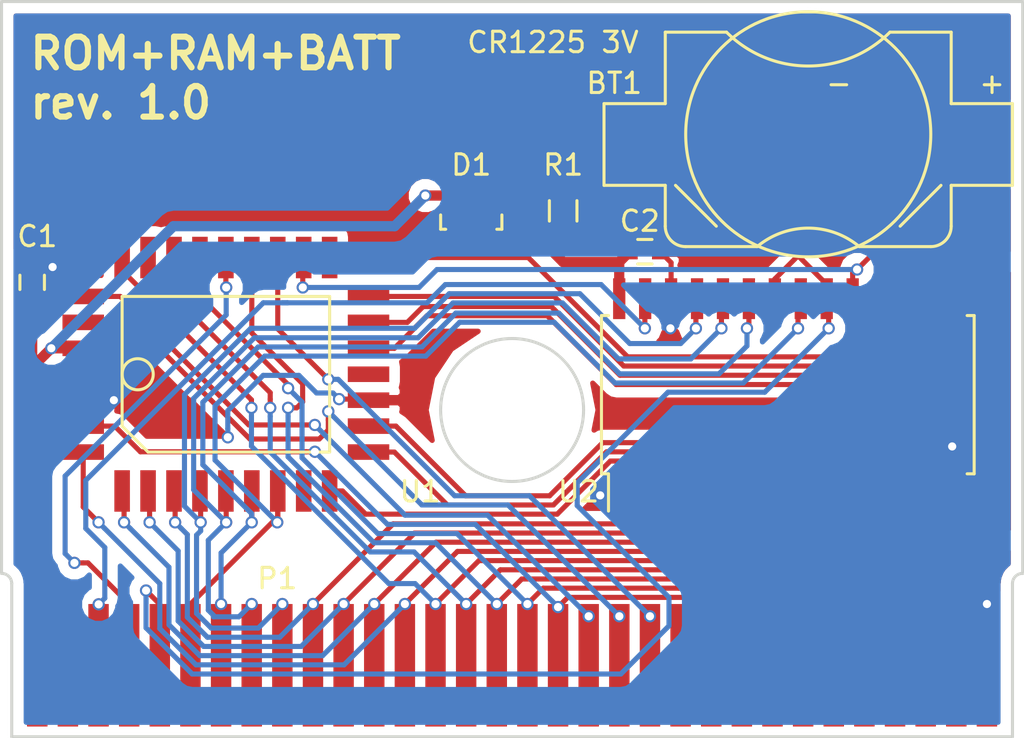
<source format=kicad_pcb>
(kicad_pcb (version 4) (host pcbnew 4.0.4-stable)

  (general
    (links 67)
    (no_connects 2)
    (area 123.924999 74.924999 174.075001 111.075001)
    (thickness 1)
    (drawings 11)
    (tracks 573)
    (zones 0)
    (modules 8)
    (nets 38)
  )

  (page A4)
  (layers
    (0 F.Cu signal)
    (31 B.Cu signal)
    (32 B.Adhes user)
    (33 F.Adhes user)
    (34 B.Paste user)
    (35 F.Paste user)
    (36 B.SilkS user)
    (37 F.SilkS user)
    (38 B.Mask user)
    (39 F.Mask user)
    (40 Dwgs.User user)
    (41 Cmts.User user)
    (42 Eco1.User user)
    (43 Eco2.User user)
    (44 Edge.Cuts user)
    (45 Margin user)
    (46 B.CrtYd user)
    (47 F.CrtYd user)
    (48 B.Fab user)
    (49 F.Fab user)
  )

  (setup
    (last_trace_width 0.25)
    (trace_clearance 0.2)
    (zone_clearance 0.508)
    (zone_45_only no)
    (trace_min 0.2)
    (segment_width 0.2)
    (edge_width 0.15)
    (via_size 0.6)
    (via_drill 0.4)
    (via_min_size 0.4)
    (via_min_drill 0.3)
    (uvia_size 0.3)
    (uvia_drill 0.1)
    (uvias_allowed no)
    (uvia_min_size 0.2)
    (uvia_min_drill 0.1)
    (pcb_text_width 0.3)
    (pcb_text_size 1.5 1.5)
    (mod_edge_width 0.15)
    (mod_text_size 1 1)
    (mod_text_width 0.15)
    (pad_size 1.524 1.524)
    (pad_drill 0.762)
    (pad_to_mask_clearance 0.2)
    (aux_axis_origin 0 0)
    (visible_elements FFFFFF7F)
    (pcbplotparams
      (layerselection 0x00030_80000001)
      (usegerberextensions false)
      (excludeedgelayer true)
      (linewidth 0.100000)
      (plotframeref false)
      (viasonmask false)
      (mode 1)
      (useauxorigin false)
      (hpglpennumber 1)
      (hpglpenspeed 20)
      (hpglpendiameter 15)
      (hpglpenoverlay 2)
      (psnegative false)
      (psa4output false)
      (plotreference true)
      (plotvalue true)
      (plotinvisibletext false)
      (padsonsilk false)
      (subtractmaskfromsilk false)
      (outputformat 4)
      (mirror false)
      (drillshape 0)
      (scaleselection 1)
      (outputdirectory ""))
  )

  (net 0 "")
  (net 1 GND)
  (net 2 D0)
  (net 3 D1)
  (net 4 D2)
  (net 5 D3)
  (net 6 D4)
  (net 7 D5)
  (net 8 D6)
  (net 9 D7)
  (net 10 A0)
  (net 11 A1)
  (net 12 A2)
  (net 13 A3)
  (net 14 A4)
  (net 15 A5)
  (net 16 A6)
  (net 17 A7)
  (net 18 A8)
  (net 19 A9)
  (net 20 A10)
  (net 21 A11)
  (net 22 A12)
  (net 23 A13)
  (net 24 A14)
  (net 25 A15)
  (net 26 ROM_OE)
  (net 27 WE)
  (net 28 RAM_CE)
  (net 29 "Net-(BT1-Pad1)")
  (net 30 Buffered_VCC)
  (net 31 "Net-(P1-Pad2)")
  (net 32 "Net-(P1-Pad30)")
  (net 33 "Net-(P1-Pad31)")
  (net 34 "Net-(U1-Pad1)")
  (net 35 "Net-(U1-Pad12)")
  (net 36 "Net-(U1-Pad17)")
  (net 37 "Net-(U1-Pad26)")

  (net_class Default "Dies ist die voreingestellte Netzklasse."
    (clearance 0.2)
    (trace_width 0.25)
    (via_dia 0.6)
    (via_drill 0.4)
    (uvia_dia 0.3)
    (uvia_drill 0.1)
    (add_net A0)
    (add_net A1)
    (add_net A10)
    (add_net A11)
    (add_net A12)
    (add_net A13)
    (add_net A14)
    (add_net A15)
    (add_net A2)
    (add_net A3)
    (add_net A4)
    (add_net A5)
    (add_net A6)
    (add_net A7)
    (add_net A8)
    (add_net A9)
    (add_net Buffered_VCC)
    (add_net D0)
    (add_net D1)
    (add_net D2)
    (add_net D3)
    (add_net D4)
    (add_net D5)
    (add_net D6)
    (add_net D7)
    (add_net GND)
    (add_net "Net-(BT1-Pad1)")
    (add_net "Net-(P1-Pad2)")
    (add_net "Net-(P1-Pad30)")
    (add_net "Net-(P1-Pad31)")
    (add_net "Net-(U1-Pad1)")
    (add_net "Net-(U1-Pad12)")
    (add_net "Net-(U1-Pad17)")
    (add_net "Net-(U1-Pad26)")
    (add_net RAM_CE)
    (add_net ROM_OE)
    (add_net WE)
  )

  (net_class VCC ""
    (clearance 0.2)
    (trace_width 0.5)
    (via_dia 0.6)
    (via_drill 0.4)
    (uvia_dia 0.3)
    (uvia_drill 0.1)
  )

  (module gb_cart_edge:PLCC-32 (layer F.Cu) (tedit 569FF927) (tstamp 569F6187)
    (at 134.985 93.25 90)
    (descr "Support CMS Plcc 32 pins")
    (tags "CMS Plcc")
    (path /569E1018)
    (attr smd)
    (fp_text reference U1 (at -5.75 9.515 180) (layer F.SilkS)
      (effects (font (size 1 1) (thickness 0.15)))
    )
    (fp_text value 27C512PLCC (at -8.89 0 180) (layer F.Fab)
      (effects (font (size 1 1) (thickness 0.15)))
    )
    (fp_circle (center 0 -4.318) (end 0 -5.08) (layer F.SilkS) (width 0.15))
    (fp_line (start 3.81 -5.08) (end -2.54 -5.08) (layer F.SilkS) (width 0.15))
    (fp_line (start -2.54 -5.08) (end -3.81 -3.81) (layer F.SilkS) (width 0.15))
    (fp_line (start -3.81 -3.81) (end -3.81 5.08) (layer F.SilkS) (width 0.15))
    (fp_line (start -3.81 5.08) (end 3.81 5.08) (layer F.SilkS) (width 0.15))
    (fp_line (start 3.81 5.08) (end 3.81 -5.08) (layer F.SilkS) (width 0.15))
    (pad 1 smd rect (at 0 -6.985 90) (size 0.762 2.032) (layers F.Cu F.Paste F.Mask)
      (net 34 "Net-(U1-Pad1)"))
    (pad 2 smd rect (at -1.27 -6.985 90) (size 0.762 2.032) (layers F.Cu F.Paste F.Mask)
      (net 1 GND))
    (pad 3 smd rect (at -2.54 -6.985 90) (size 0.762 2.032) (layers F.Cu F.Paste F.Mask)
      (net 22 A12))
    (pad 4 smd rect (at -3.81 -6.985 90) (size 0.762 2.032) (layers F.Cu F.Paste F.Mask)
      (net 17 A7))
    (pad 5 smd rect (at -5.715 -5.08 90) (size 2.032 0.762) (layers F.Cu F.Paste F.Mask)
      (net 16 A6))
    (pad 6 smd rect (at -5.715 -3.81 90) (size 2.032 0.762) (layers F.Cu F.Paste F.Mask)
      (net 15 A5))
    (pad 7 smd rect (at -5.715 -2.54 90) (size 2.032 0.762) (layers F.Cu F.Paste F.Mask)
      (net 14 A4))
    (pad 8 smd rect (at -5.715 -1.27 90) (size 2.032 0.762) (layers F.Cu F.Paste F.Mask)
      (net 13 A3))
    (pad 9 smd rect (at -5.715 0 90) (size 2.032 0.762) (layers F.Cu F.Paste F.Mask)
      (net 12 A2))
    (pad 10 smd rect (at -5.715 1.27 90) (size 2.032 0.762) (layers F.Cu F.Paste F.Mask)
      (net 11 A1))
    (pad 11 smd rect (at -5.715 2.54 90) (size 2.032 0.762) (layers F.Cu F.Paste F.Mask)
      (net 10 A0))
    (pad 12 smd rect (at -5.715 3.81 90) (size 2.032 0.762) (layers F.Cu F.Paste F.Mask)
      (net 35 "Net-(U1-Pad12)"))
    (pad 13 smd rect (at -5.715 5.08 90) (size 2.032 0.762) (layers F.Cu F.Paste F.Mask)
      (net 2 D0))
    (pad 14 smd rect (at -3.81 6.985 90) (size 0.762 2.032) (layers F.Cu F.Paste F.Mask)
      (net 3 D1))
    (pad 15 smd rect (at -2.54 6.985 90) (size 0.762 2.032) (layers F.Cu F.Paste F.Mask)
      (net 4 D2))
    (pad 16 smd rect (at -1.27 6.985 90) (size 0.762 2.032) (layers F.Cu F.Paste F.Mask)
      (net 1 GND))
    (pad 17 smd rect (at 0 6.985 90) (size 0.762 2.032) (layers F.Cu F.Paste F.Mask)
      (net 36 "Net-(U1-Pad17)"))
    (pad 18 smd rect (at 1.27 6.985 90) (size 0.762 2.032) (layers F.Cu F.Paste F.Mask)
      (net 5 D3))
    (pad 19 smd rect (at 2.54 6.985 90) (size 0.762 2.032) (layers F.Cu F.Paste F.Mask)
      (net 6 D4))
    (pad 20 smd rect (at 3.81 6.985 90) (size 0.762 2.032) (layers F.Cu F.Paste F.Mask)
      (net 7 D5))
    (pad 21 smd rect (at 5.715 5.08 90) (size 2.032 0.762) (layers F.Cu F.Paste F.Mask)
      (net 8 D6))
    (pad 22 smd rect (at 5.715 3.81 90) (size 2.032 0.762) (layers F.Cu F.Paste F.Mask)
      (net 9 D7))
    (pad 23 smd rect (at 5.715 2.54 90) (size 2.032 0.762) (layers F.Cu F.Paste F.Mask)
      (net 25 A15))
    (pad 24 smd rect (at 5.715 1.27 90) (size 2.032 0.762) (layers F.Cu F.Paste F.Mask)
      (net 20 A10))
    (pad 25 smd rect (at 5.715 0 90) (size 2.032 0.762) (layers F.Cu F.Paste F.Mask)
      (net 26 ROM_OE))
    (pad 26 smd rect (at 5.715 -1.27 90) (size 2.032 0.762) (layers F.Cu F.Paste F.Mask)
      (net 37 "Net-(U1-Pad26)"))
    (pad 27 smd rect (at 5.715 -2.54 90) (size 2.032 0.762) (layers F.Cu F.Paste F.Mask)
      (net 21 A11))
    (pad 28 smd rect (at 5.715 -3.81 90) (size 2.032 0.762) (layers F.Cu F.Paste F.Mask)
      (net 19 A9))
    (pad 29 smd rect (at 5.715 -5.08 90) (size 2.032 0.762) (layers F.Cu F.Paste F.Mask)
      (net 18 A8))
    (pad 30 smd rect (at 3.81 -6.985 90) (size 0.762 2.032) (layers F.Cu F.Paste F.Mask)
      (net 23 A13))
    (pad 31 smd rect (at 2.54 -6.985 90) (size 0.762 2.032) (layers F.Cu F.Paste F.Mask)
      (net 24 A14))
    (pad 32 smd rect (at 1.27 -6.985 90) (size 0.762 2.032) (layers F.Cu F.Paste F.Mask)
      (net 30 Buffered_VCC))
  )

  (module Housings_SOIC:SOIC-28_7.5x17.9mm_Pitch1.27mm (layer F.Cu) (tedit 54130A77) (tstamp 569FD121)
    (at 162.5 94.25 90)
    (descr "28-Lead Plastic Small Outline (SO) - Wide, 7.50 mm Body [SOIC] (see Microchip Packaging Specification 00000049BS.pdf)")
    (tags "SOIC 1.27")
    (path /569E117E)
    (attr smd)
    (fp_text reference U2 (at -4.75 -10.25 180) (layer F.SilkS)
      (effects (font (size 1 1) (thickness 0.15)))
    )
    (fp_text value HM62256BLFP-7SLT (at 0 10.05 90) (layer F.Fab)
      (effects (font (size 1 1) (thickness 0.15)))
    )
    (fp_line (start -5.95 -9.3) (end -5.95 9.3) (layer F.CrtYd) (width 0.05))
    (fp_line (start 5.95 -9.3) (end 5.95 9.3) (layer F.CrtYd) (width 0.05))
    (fp_line (start -5.95 -9.3) (end 5.95 -9.3) (layer F.CrtYd) (width 0.05))
    (fp_line (start -5.95 9.3) (end 5.95 9.3) (layer F.CrtYd) (width 0.05))
    (fp_line (start -3.875 -9.125) (end -3.875 -8.78) (layer F.SilkS) (width 0.15))
    (fp_line (start 3.875 -9.125) (end 3.875 -8.78) (layer F.SilkS) (width 0.15))
    (fp_line (start 3.875 9.125) (end 3.875 8.78) (layer F.SilkS) (width 0.15))
    (fp_line (start -3.875 9.125) (end -3.875 8.78) (layer F.SilkS) (width 0.15))
    (fp_line (start -3.875 -9.125) (end 3.875 -9.125) (layer F.SilkS) (width 0.15))
    (fp_line (start -3.875 9.125) (end 3.875 9.125) (layer F.SilkS) (width 0.15))
    (fp_line (start -3.875 -8.78) (end -5.7 -8.78) (layer F.SilkS) (width 0.15))
    (pad 1 smd rect (at -4.7 -8.255 90) (size 2 0.6) (layers F.Cu F.Paste F.Mask)
      (net 1 GND))
    (pad 2 smd rect (at -4.7 -6.985 90) (size 2 0.6) (layers F.Cu F.Paste F.Mask)
      (net 14 A4))
    (pad 3 smd rect (at -4.7 -5.715 90) (size 2 0.6) (layers F.Cu F.Paste F.Mask)
      (net 15 A5))
    (pad 4 smd rect (at -4.7 -4.445 90) (size 2 0.6) (layers F.Cu F.Paste F.Mask)
      (net 16 A6))
    (pad 5 smd rect (at -4.7 -3.175 90) (size 2 0.6) (layers F.Cu F.Paste F.Mask)
      (net 17 A7))
    (pad 6 smd rect (at -4.7 -1.905 90) (size 2 0.6) (layers F.Cu F.Paste F.Mask)
      (net 18 A8))
    (pad 7 smd rect (at -4.7 -0.635 90) (size 2 0.6) (layers F.Cu F.Paste F.Mask)
      (net 19 A9))
    (pad 8 smd rect (at -4.7 0.635 90) (size 2 0.6) (layers F.Cu F.Paste F.Mask)
      (net 20 A10))
    (pad 9 smd rect (at -4.7 1.905 90) (size 2 0.6) (layers F.Cu F.Paste F.Mask)
      (net 21 A11))
    (pad 10 smd rect (at -4.7 3.175 90) (size 2 0.6) (layers F.Cu F.Paste F.Mask)
      (net 22 A12))
    (pad 11 smd rect (at -4.7 4.445 90) (size 2 0.6) (layers F.Cu F.Paste F.Mask)
      (net 2 D0))
    (pad 12 smd rect (at -4.7 5.715 90) (size 2 0.6) (layers F.Cu F.Paste F.Mask)
      (net 3 D1))
    (pad 13 smd rect (at -4.7 6.985 90) (size 2 0.6) (layers F.Cu F.Paste F.Mask)
      (net 4 D2))
    (pad 14 smd rect (at -4.7 8.255 90) (size 2 0.6) (layers F.Cu F.Paste F.Mask)
      (net 1 GND))
    (pad 15 smd rect (at 4.7 8.255 90) (size 2 0.6) (layers F.Cu F.Paste F.Mask)
      (net 5 D3))
    (pad 16 smd rect (at 4.7 6.985 90) (size 2 0.6) (layers F.Cu F.Paste F.Mask)
      (net 6 D4))
    (pad 17 smd rect (at 4.7 5.715 90) (size 2 0.6) (layers F.Cu F.Paste F.Mask)
      (net 7 D5))
    (pad 18 smd rect (at 4.7 4.445 90) (size 2 0.6) (layers F.Cu F.Paste F.Mask)
      (net 8 D6))
    (pad 19 smd rect (at 4.7 3.175 90) (size 2 0.6) (layers F.Cu F.Paste F.Mask)
      (net 9 D7))
    (pad 20 smd rect (at 4.7 1.905 90) (size 2 0.6) (layers F.Cu F.Paste F.Mask)
      (net 28 RAM_CE))
    (pad 21 smd rect (at 4.7 0.635 90) (size 2 0.6) (layers F.Cu F.Paste F.Mask)
      (net 10 A0))
    (pad 22 smd rect (at 4.7 -0.635 90) (size 2 0.6) (layers F.Cu F.Paste F.Mask)
      (net 28 RAM_CE))
    (pad 23 smd rect (at 4.7 -1.905 90) (size 2 0.6) (layers F.Cu F.Paste F.Mask)
      (net 11 A1))
    (pad 24 smd rect (at 4.7 -3.175 90) (size 2 0.6) (layers F.Cu F.Paste F.Mask)
      (net 12 A2))
    (pad 25 smd rect (at 4.7 -4.445 90) (size 2 0.6) (layers F.Cu F.Paste F.Mask)
      (net 13 A3))
    (pad 26 smd rect (at 4.7 -5.715 90) (size 2 0.6) (layers F.Cu F.Paste F.Mask)
      (net 1 GND))
    (pad 27 smd rect (at 4.7 -6.985 90) (size 2 0.6) (layers F.Cu F.Paste F.Mask)
      (net 27 WE))
    (pad 28 smd rect (at 4.7 -8.255 90) (size 2 0.6) (layers F.Cu F.Paste F.Mask)
      (net 30 Buffered_VCC))
    (model Housings_SOIC.3dshapes/SOIC-28_7.5x17.9mm_Pitch1.27mm.wrl
      (at (xyz 0 0 0))
      (scale (xyz 1 1 1))
      (rotate (xyz 0 0 0))
    )
  )

  (module gb_cart_edge:GB_CART_EDGE (layer F.Cu) (tedit 564F984A) (tstamp 569F6157)
    (at 148.75 104.5)
    (path /564F8DA9)
    (fp_text reference P1 (at -11.25 -1.25) (layer F.SilkS)
      (effects (font (size 1 1) (thickness 0.15)))
    )
    (fp_text value GB_CART_CONN (at -6.5 -1) (layer F.Fab)
      (effects (font (size 1 1) (thickness 0.15)))
    )
    (pad 1 connect rect (at -23 3) (size 1 6) (layers F.Cu F.Mask)
      (net 30 Buffered_VCC))
    (pad 2 connect rect (at -21.5 3) (size 1 6) (layers F.Cu F.Mask)
      (net 31 "Net-(P1-Pad2)"))
    (pad 3 connect rect (at -20 3) (size 1 6) (layers F.Cu F.Mask)
      (net 27 WE))
    (pad 4 connect rect (at -18.5 3) (size 1 6) (layers F.Cu F.Mask)
      (net 26 ROM_OE))
    (pad 5 connect rect (at -17 3) (size 1 6) (layers F.Cu F.Mask)
      (net 28 RAM_CE))
    (pad 6 connect rect (at -15.5 3) (size 1 6) (layers F.Cu F.Mask)
      (net 10 A0))
    (pad 7 connect rect (at -14 3) (size 1 6) (layers F.Cu F.Mask)
      (net 11 A1))
    (pad 8 connect rect (at -12.5 3) (size 1 6) (layers F.Cu F.Mask)
      (net 12 A2))
    (pad 9 connect rect (at -11 3) (size 1 6) (layers F.Cu F.Mask)
      (net 13 A3))
    (pad 10 connect rect (at -9.5 3) (size 1 6) (layers F.Cu F.Mask)
      (net 14 A4))
    (pad 11 connect rect (at -8 3) (size 1 6) (layers F.Cu F.Mask)
      (net 15 A5))
    (pad 12 connect rect (at -6.5 3) (size 1 6) (layers F.Cu F.Mask)
      (net 16 A6))
    (pad 13 connect rect (at -5 3) (size 1 6) (layers F.Cu F.Mask)
      (net 17 A7))
    (pad 14 connect rect (at -3.5 3) (size 1 6) (layers F.Cu F.Mask)
      (net 18 A8))
    (pad 15 connect rect (at -2 3) (size 1 6) (layers F.Cu F.Mask)
      (net 19 A9))
    (pad 16 connect rect (at -0.5 3) (size 1 6) (layers F.Cu F.Mask)
      (net 20 A10))
    (pad 17 connect rect (at 1 3) (size 1 6) (layers F.Cu F.Mask)
      (net 21 A11))
    (pad 18 connect rect (at 2.5 3) (size 1 6) (layers F.Cu F.Mask)
      (net 22 A12))
    (pad 19 connect rect (at 4 3) (size 1 6) (layers F.Cu F.Mask)
      (net 23 A13))
    (pad 20 connect rect (at 5.5 3) (size 1 6) (layers F.Cu F.Mask)
      (net 24 A14))
    (pad 21 connect rect (at 7 3) (size 1 6) (layers F.Cu F.Mask)
      (net 25 A15))
    (pad 22 connect rect (at 8.5 3) (size 1 6) (layers F.Cu F.Mask)
      (net 2 D0))
    (pad 23 connect rect (at 10 3) (size 1 6) (layers F.Cu F.Mask)
      (net 3 D1))
    (pad 24 connect rect (at 11.5 3) (size 1 6) (layers F.Cu F.Mask)
      (net 4 D2))
    (pad 25 connect rect (at 13 3) (size 1 6) (layers F.Cu F.Mask)
      (net 5 D3))
    (pad 26 connect rect (at 14.5 3) (size 1 6) (layers F.Cu F.Mask)
      (net 6 D4))
    (pad 27 connect rect (at 16 3) (size 1 6) (layers F.Cu F.Mask)
      (net 7 D5))
    (pad 28 connect rect (at 17.5 3) (size 1 6) (layers F.Cu F.Mask)
      (net 8 D6))
    (pad 29 connect rect (at 19 3) (size 1 6) (layers F.Cu F.Mask)
      (net 9 D7))
    (pad 30 connect rect (at 20.5 3) (size 1 6) (layers F.Cu F.Mask)
      (net 32 "Net-(P1-Pad30)"))
    (pad 31 connect rect (at 22 3) (size 1 6) (layers F.Cu F.Mask)
      (net 33 "Net-(P1-Pad31)"))
    (pad 32 connect rect (at 23.5 3) (size 1 6) (layers F.Cu F.Mask)
      (net 1 GND))
  )

  (module Capacitors_SMD:C_0603 (layer F.Cu) (tedit 5415D631) (tstamp 56A0B575)
    (at 125.5 88.75 90)
    (descr "Capacitor SMD 0603, reflow soldering, AVX (see smccp.pdf)")
    (tags "capacitor 0603")
    (path /56A0AE6C)
    (attr smd)
    (fp_text reference C1 (at 2.25 0.25 180) (layer F.SilkS)
      (effects (font (size 1 1) (thickness 0.15)))
    )
    (fp_text value 100n (at 0 1.9 90) (layer F.Fab)
      (effects (font (size 1 1) (thickness 0.15)))
    )
    (fp_line (start -1.45 -0.75) (end 1.45 -0.75) (layer F.CrtYd) (width 0.05))
    (fp_line (start -1.45 0.75) (end 1.45 0.75) (layer F.CrtYd) (width 0.05))
    (fp_line (start -1.45 -0.75) (end -1.45 0.75) (layer F.CrtYd) (width 0.05))
    (fp_line (start 1.45 -0.75) (end 1.45 0.75) (layer F.CrtYd) (width 0.05))
    (fp_line (start -0.35 -0.6) (end 0.35 -0.6) (layer F.SilkS) (width 0.15))
    (fp_line (start 0.35 0.6) (end -0.35 0.6) (layer F.SilkS) (width 0.15))
    (pad 1 smd rect (at -0.75 0 90) (size 0.8 0.75) (layers F.Cu F.Paste F.Mask)
      (net 30 Buffered_VCC))
    (pad 2 smd rect (at 0.75 0 90) (size 0.8 0.75) (layers F.Cu F.Paste F.Mask)
      (net 1 GND))
    (model Capacitors_SMD.3dshapes/C_0603.wrl
      (at (xyz 0 0 0))
      (scale (xyz 1 1 1))
      (rotate (xyz 0 0 0))
    )
  )

  (module Capacitors_SMD:C_0603 (layer F.Cu) (tedit 5415D631) (tstamp 56A0B581)
    (at 155.5 87.25)
    (descr "Capacitor SMD 0603, reflow soldering, AVX (see smccp.pdf)")
    (tags "capacitor 0603")
    (path /56A0B265)
    (attr smd)
    (fp_text reference C2 (at -0.25 -1.5 180) (layer F.SilkS)
      (effects (font (size 1 1) (thickness 0.15)))
    )
    (fp_text value 100n (at 0 1.9) (layer F.Fab)
      (effects (font (size 1 1) (thickness 0.15)))
    )
    (fp_line (start -1.45 -0.75) (end 1.45 -0.75) (layer F.CrtYd) (width 0.05))
    (fp_line (start -1.45 0.75) (end 1.45 0.75) (layer F.CrtYd) (width 0.05))
    (fp_line (start -1.45 -0.75) (end -1.45 0.75) (layer F.CrtYd) (width 0.05))
    (fp_line (start 1.45 -0.75) (end 1.45 0.75) (layer F.CrtYd) (width 0.05))
    (fp_line (start -0.35 -0.6) (end 0.35 -0.6) (layer F.SilkS) (width 0.15))
    (fp_line (start 0.35 0.6) (end -0.35 0.6) (layer F.SilkS) (width 0.15))
    (pad 1 smd rect (at -0.75 0) (size 0.8 0.75) (layers F.Cu F.Paste F.Mask)
      (net 30 Buffered_VCC))
    (pad 2 smd rect (at 0.75 0) (size 0.8 0.75) (layers F.Cu F.Paste F.Mask)
      (net 1 GND))
    (model Capacitors_SMD.3dshapes/C_0603.wrl
      (at (xyz 0 0 0))
      (scale (xyz 1 1 1))
      (rotate (xyz 0 0 0))
    )
  )

  (module TO_SOT_Packages_SMD:SOT-23 (layer F.Cu) (tedit 553634F8) (tstamp 56A27E72)
    (at 147 85.5 180)
    (descr "SOT-23, Standard")
    (tags SOT-23)
    (path /57BDF270)
    (attr smd)
    (fp_text reference D1 (at 0 2.5 180) (layer F.SilkS)
      (effects (font (size 1 1) (thickness 0.15)))
    )
    (fp_text value BAS54C (at 0 2.3 180) (layer F.Fab)
      (effects (font (size 1 1) (thickness 0.15)))
    )
    (fp_line (start -1.65 -1.6) (end 1.65 -1.6) (layer F.CrtYd) (width 0.05))
    (fp_line (start 1.65 -1.6) (end 1.65 1.6) (layer F.CrtYd) (width 0.05))
    (fp_line (start 1.65 1.6) (end -1.65 1.6) (layer F.CrtYd) (width 0.05))
    (fp_line (start -1.65 1.6) (end -1.65 -1.6) (layer F.CrtYd) (width 0.05))
    (fp_line (start 1.29916 -0.65024) (end 1.2509 -0.65024) (layer F.SilkS) (width 0.15))
    (fp_line (start -1.49982 0.0508) (end -1.49982 -0.65024) (layer F.SilkS) (width 0.15))
    (fp_line (start -1.49982 -0.65024) (end -1.2509 -0.65024) (layer F.SilkS) (width 0.15))
    (fp_line (start 1.29916 -0.65024) (end 1.49982 -0.65024) (layer F.SilkS) (width 0.15))
    (fp_line (start 1.49982 -0.65024) (end 1.49982 0.0508) (layer F.SilkS) (width 0.15))
    (pad 1 smd rect (at -0.95 1.00076 180) (size 0.8001 0.8001) (layers F.Cu F.Paste F.Mask)
      (net 29 "Net-(BT1-Pad1)"))
    (pad 2 smd rect (at 0.95 1.00076 180) (size 0.8001 0.8001) (layers F.Cu F.Paste F.Mask)
      (net 30 Buffered_VCC))
    (pad 3 smd rect (at 0 -0.99822 180) (size 0.8001 0.8001) (layers F.Cu F.Paste F.Mask)
      (net 30 Buffered_VCC))
    (model TO_SOT_Packages_SMD.3dshapes/SOT-23.wrl
      (at (xyz 0 0 0))
      (scale (xyz 1 1 1))
      (rotate (xyz 0 0 0))
    )
  )

  (module Resistors_SMD:R_0603 (layer F.Cu) (tedit 58693070) (tstamp 56A27E94)
    (at 151.5 85.25 270)
    (descr "Resistor SMD 0603, reflow soldering, Vishay (see dcrcw.pdf)")
    (tags "resistor 0603")
    (path /56A26C05)
    (attr smd)
    (fp_text reference R1 (at -2.25 0 360) (layer F.SilkS)
      (effects (font (size 1 1) (thickness 0.15)))
    )
    (fp_text value 100k (at 0 1.9 270) (layer F.Fab)
      (effects (font (size 1 1) (thickness 0.15)))
    )
    (fp_line (start -1.3 -0.8) (end 1.3 -0.8) (layer F.CrtYd) (width 0.05))
    (fp_line (start -1.3 0.8) (end 1.3 0.8) (layer F.CrtYd) (width 0.05))
    (fp_line (start -1.3 -0.8) (end -1.3 0.8) (layer F.CrtYd) (width 0.05))
    (fp_line (start 1.3 -0.8) (end 1.3 0.8) (layer F.CrtYd) (width 0.05))
    (fp_line (start 0.5 0.675) (end -0.5 0.675) (layer F.SilkS) (width 0.15))
    (fp_line (start -0.5 -0.675) (end 0.5 -0.675) (layer F.SilkS) (width 0.15))
    (pad 1 smd rect (at -0.75 0 270) (size 0.5 0.9) (layers F.Cu F.Paste F.Mask)
      (net 28 RAM_CE))
    (pad 2 smd rect (at 0.75 0 270) (size 0.5 0.9) (layers F.Cu F.Paste F.Mask)
      (net 30 Buffered_VCC))
    (model Resistors_SMD.3dshapes/R_0603.wrl
      (at (xyz 0 0 0))
      (scale (xyz 1 1 1))
      (rotate (xyz 0 0 0))
    )
  )

  (module gb_cart_edge:CR1225_Holder_18.5x12.5x3.2_Renata (layer F.Cu) (tedit 56B22770) (tstamp 57BE4603)
    (at 163.5 82 180)
    (path /57BDF73B)
    (fp_text reference BT1 (at 9.5 3 180) (layer F.SilkS)
      (effects (font (size 1 1) (thickness 0.15)))
    )
    (fp_text value Battery (at 0 5.25 180) (layer F.Fab)
      (effects (font (size 1 1) (thickness 0.15)))
    )
    (fp_text user - (at -1.5 3 180) (layer F.SilkS)
      (effects (font (size 1 1) (thickness 0.15)))
    )
    (fp_text user + (at -9 3 180) (layer F.SilkS)
      (effects (font (size 1 1) (thickness 0.15)))
    )
    (fp_arc (start 0 9.5) (end -4 5.5) (angle 90) (layer F.SilkS) (width 0.15))
    (fp_arc (start 0 -8) (end 2.5 -5) (angle 79.61114218) (layer F.SilkS) (width 0.15))
    (fp_arc (start 6 -4) (end 6 -5) (angle 90) (layer F.SilkS) (width 0.15))
    (fp_arc (start -6 -4) (end -7 -4) (angle 90) (layer F.SilkS) (width 0.15))
    (fp_line (start 6.5 -2) (end 4.5 -4) (layer F.SilkS) (width 0.15))
    (fp_line (start -6.5 -2) (end -4.5 -4) (layer F.SilkS) (width 0.15))
    (fp_line (start -7 5.5) (end -7 2) (layer F.SilkS) (width 0.15))
    (fp_line (start -4 5.5) (end -7 5.5) (layer F.SilkS) (width 0.15))
    (fp_line (start 7 5.5) (end 4 5.5) (layer F.SilkS) (width 0.15))
    (fp_line (start 7 2) (end 7 5.5) (layer F.SilkS) (width 0.15))
    (fp_line (start 7 -4) (end 7 -2) (layer F.SilkS) (width 0.15))
    (fp_line (start 2.5 -5) (end 6 -5) (layer F.SilkS) (width 0.15))
    (fp_line (start -6 -5) (end -2.5 -5) (layer F.SilkS) (width 0.15))
    (fp_line (start -7 -2) (end -7 -4) (layer F.SilkS) (width 0.15))
    (fp_circle (center 0 0.5) (end 6 0.5) (layer F.SilkS) (width 0.15))
    (fp_line (start -10 -2) (end -7 -2) (layer F.SilkS) (width 0.15))
    (fp_line (start -10 2) (end -10 -2) (layer F.SilkS) (width 0.15))
    (fp_line (start -7 2) (end -10 2) (layer F.SilkS) (width 0.15))
    (fp_line (start 10 2) (end 7 2) (layer F.SilkS) (width 0.15))
    (fp_line (start 10 -2) (end 10 2) (layer F.SilkS) (width 0.15))
    (fp_line (start 7 -2) (end 10 -2) (layer F.SilkS) (width 0.15))
    (pad 1 smd rect (at -8.05 0 180) (size 3.2 3.2) (layers F.Cu F.Paste F.Mask)
      (net 29 "Net-(BT1-Pad1)"))
    (pad 1 smd rect (at 8.05 0 180) (size 3.2 3.2) (layers F.Cu F.Paste F.Mask)
      (net 29 "Net-(BT1-Pad1)"))
    (pad 2 smd rect (at 0 0 180) (size 4 4) (layers F.Cu F.Paste F.Mask)
      (net 1 GND))
  )

  (gr_text "CR1225 3V" (at 151 77) (layer F.SilkS)
    (effects (font (size 1 1) (thickness 0.15)))
  )
  (gr_text "ROM+RAM+BATT\nrev. 1.0" (at 125.25 78.75) (layer F.SilkS)
    (effects (font (size 1.5 1.5) (thickness 0.3)) (justify left))
  )
  (gr_arc (start 174 103.5) (end 173.5 103.5) (angle 90) (layer Edge.Cuts) (width 0.15))
  (gr_arc (start 124 103.5) (end 124 103) (angle 90) (layer Edge.Cuts) (width 0.15))
  (gr_line (start 174 75) (end 174 103) (layer Edge.Cuts) (width 0.15))
  (gr_line (start 173.5 111) (end 173.5 103.5) (layer Edge.Cuts) (width 0.15))
  (gr_line (start 124.5 111) (end 173.5 111) (layer Edge.Cuts) (width 0.15))
  (gr_line (start 124.5 103.5) (end 124.5 111) (layer Edge.Cuts) (width 0.15))
  (gr_line (start 124 75) (end 124 103) (layer Edge.Cuts) (width 0.15))
  (gr_circle (center 149 95) (end 152.5 95) (layer Edge.Cuts) (width 0.15))
  (gr_line (start 174 75) (end 124 75) (angle 90) (layer Edge.Cuts) (width 0.15))

  (segment (start 125.25 89.25) (end 125.25 94) (width 0.25) (layer B.Cu) (net 1))
  (segment (start 125.25 94) (end 125.75 94.5) (width 0.25) (layer B.Cu) (net 1))
  (segment (start 126.5 88) (end 125.25 89.25) (width 0.25) (layer B.Cu) (net 1))
  (segment (start 125.5 88) (end 126.5 88) (width 0.25) (layer F.Cu) (net 1))
  (via (at 126.5 88) (size 0.6) (drill 0.4) (layers F.Cu B.Cu) (net 1))
  (segment (start 128 94.52) (end 129.5 94.52) (width 0.25) (layer F.Cu) (net 1))
  (segment (start 129.48 94.5) (end 129.5 94.52) (width 0.25) (layer B.Cu) (net 1))
  (via (at 129.5 94.52) (size 0.6) (drill 0.4) (layers F.Cu B.Cu) (net 1))
  (segment (start 129.5 94.52) (end 131.75 94.52) (width 0.25) (layer F.Cu) (net 1))
  (segment (start 125.75 94.5) (end 129.48 94.5) (width 0.25) (layer B.Cu) (net 1))
  (segment (start 125.75 105) (end 125.75 94.5) (width 0.25) (layer B.Cu) (net 1))
  (segment (start 130 109.25) (end 125.75 105) (width 0.25) (layer B.Cu) (net 1))
  (segment (start 156.785 89.55) (end 156.785 87.785) (width 0.25) (layer F.Cu) (net 1))
  (segment (start 156.785 87.785) (end 156.25 87.25) (width 0.25) (layer F.Cu) (net 1))
  (segment (start 172.25 104.5) (end 172.25 106.75) (width 0.25) (layer B.Cu) (net 1))
  (segment (start 172.25 106.75) (end 169.75 109.25) (width 0.25) (layer B.Cu) (net 1))
  (segment (start 169.75 109.25) (end 130 109.25) (width 0.25) (layer B.Cu) (net 1))
  (segment (start 156.75 91) (end 157.97069 89.77931) (width 0.25) (layer B.Cu) (net 1))
  (segment (start 170.548073 96.360586) (end 170.548073 96.78485) (width 0.25) (layer B.Cu) (net 1))
  (segment (start 157.97069 89.77931) (end 165.77931 89.77931) (width 0.25) (layer B.Cu) (net 1))
  (segment (start 165.77931 89.77931) (end 170.548073 94.548073) (width 0.25) (layer B.Cu) (net 1))
  (segment (start 170.548073 94.548073) (end 170.548073 96.360586) (width 0.25) (layer B.Cu) (net 1))
  (segment (start 172.25 98.486777) (end 170.848072 97.084849) (width 0.25) (layer B.Cu) (net 1))
  (segment (start 170.248074 97.084849) (end 170.548073 96.78485) (width 0.25) (layer B.Cu) (net 1))
  (segment (start 168.152664 99.180259) (end 170.248074 97.084849) (width 0.25) (layer B.Cu) (net 1))
  (segment (start 153.312968 99.180259) (end 168.152664 99.180259) (width 0.25) (layer B.Cu) (net 1))
  (segment (start 170.755 96.991777) (end 170.548073 96.78485) (width 0.25) (layer F.Cu) (net 1))
  (segment (start 170.848072 97.084849) (end 170.548073 96.78485) (width 0.25) (layer B.Cu) (net 1))
  (segment (start 170.755 98.95) (end 170.755 96.991777) (width 0.25) (layer F.Cu) (net 1))
  (via (at 170.548073 96.78485) (size 0.6) (drill 0.4) (layers F.Cu B.Cu) (net 1))
  (segment (start 172.25 104.5) (end 172.25 98.486777) (width 0.25) (layer B.Cu) (net 1))
  (segment (start 131.75 94.52) (end 133.26267 94.52) (width 0.25) (layer F.Cu) (net 1))
  (segment (start 156.785 89.55) (end 156.785 90.965) (width 0.25) (layer F.Cu) (net 1))
  (segment (start 156.785 90.965) (end 156.75 91) (width 0.25) (layer F.Cu) (net 1))
  (via (at 156.75 91) (size 0.6) (drill 0.4) (layers F.Cu B.Cu) (net 1))
  (segment (start 153.543227 98.95) (end 153.312968 99.180259) (width 0.25) (layer F.Cu) (net 1))
  (segment (start 154.245 98.95) (end 153.543227 98.95) (width 0.25) (layer F.Cu) (net 1))
  (via (at 153.312968 99.180259) (size 0.6) (drill 0.4) (layers F.Cu B.Cu) (net 1))
  (segment (start 133.26267 94.52) (end 134.778967 96.036297) (width 0.25) (layer F.Cu) (net 1))
  (segment (start 134.778967 96.036297) (end 135.078966 96.336296) (width 0.25) (layer F.Cu) (net 1))
  (segment (start 135.078966 95.912032) (end 135.078966 96.336296) (width 0.25) (layer B.Cu) (net 1))
  (segment (start 135.078966 95.036964) (end 135.078966 95.912032) (width 0.25) (layer B.Cu) (net 1))
  (segment (start 136.81041 93.30552) (end 135.078966 95.036964) (width 0.25) (layer B.Cu) (net 1))
  (segment (start 140.228544 94.16757) (end 139.424463 94.16757) (width 0.25) (layer B.Cu) (net 1))
  (segment (start 140.528543 94.467569) (end 140.228544 94.16757) (width 0.25) (layer B.Cu) (net 1))
  (segment (start 138.562413 93.30552) (end 136.81041 93.30552) (width 0.25) (layer B.Cu) (net 1))
  (segment (start 139.424463 94.16757) (end 138.562413 93.30552) (width 0.25) (layer B.Cu) (net 1))
  (via (at 135.078966 96.336296) (size 0.6) (drill 0.4) (layers F.Cu B.Cu) (net 1))
  (segment (start 172.25 108) (end 172.25 104.5) (width 0.25) (layer F.Cu) (net 1))
  (via (at 172.25 104.5) (size 0.6) (drill 0.4) (layers F.Cu B.Cu) (net 1))
  (segment (start 140.528543 94.467569) (end 141.917569 94.467569) (width 0.25) (layer F.Cu) (net 1))
  (segment (start 141.917569 94.467569) (end 141.97 94.52) (width 0.25) (layer F.Cu) (net 1))
  (via (at 140.528543 94.467569) (size 0.6) (drill 0.4) (layers F.Cu B.Cu) (net 1))
  (segment (start 141.831575 100.100575) (end 140.696 98.965) (width 0.25) (layer F.Cu) (net 2))
  (segment (start 166.195004 97.500004) (end 153.809995 97.500004) (width 0.25) (layer F.Cu) (net 2))
  (segment (start 153.809995 97.500004) (end 151.209425 100.100575) (width 0.25) (layer F.Cu) (net 2))
  (segment (start 140.696 98.965) (end 140.065 98.965) (width 0.25) (layer F.Cu) (net 2))
  (segment (start 151.209425 100.100575) (end 141.831575 100.100575) (width 0.25) (layer F.Cu) (net 2))
  (segment (start 166.945 98.95) (end 166.945 98.25) (width 0.25) (layer F.Cu) (net 2))
  (segment (start 166.945 98.25) (end 166.195004 97.500004) (width 0.25) (layer F.Cu) (net 2))
  (segment (start 164.368779 100.97199) (end 162.515803 102.824966) (width 0.25) (layer F.Cu) (net 2))
  (segment (start 166.945 98.95) (end 166.945 99.65) (width 0.25) (layer F.Cu) (net 2))
  (segment (start 157.25 104.914998) (end 157.25 108) (width 0.25) (layer F.Cu) (net 2))
  (segment (start 157.989999 104.174999) (end 157.25 104.914998) (width 0.25) (layer F.Cu) (net 2))
  (segment (start 158.853589 104.174999) (end 157.989999 104.174999) (width 0.25) (layer F.Cu) (net 2))
  (segment (start 161.930799 102.824966) (end 161.480788 103.274977) (width 0.25) (layer F.Cu) (net 2))
  (segment (start 160.167188 103.724988) (end 159.303599 103.724988) (width 0.25) (layer F.Cu) (net 2))
  (segment (start 161.480788 103.274977) (end 160.617199 103.274977) (width 0.25) (layer F.Cu) (net 2))
  (segment (start 165.62301 100.97199) (end 164.368779 100.97199) (width 0.25) (layer F.Cu) (net 2))
  (segment (start 159.303599 103.724988) (end 158.853589 104.174999) (width 0.25) (layer F.Cu) (net 2))
  (segment (start 162.515803 102.824966) (end 161.930799 102.824966) (width 0.25) (layer F.Cu) (net 2))
  (segment (start 166.945 99.65) (end 165.62301 100.97199) (width 0.25) (layer F.Cu) (net 2))
  (segment (start 160.617199 103.274977) (end 160.167188 103.724988) (width 0.25) (layer F.Cu) (net 2))
  (segment (start 143.236 97.06) (end 141.97 97.06) (width 0.25) (layer F.Cu) (net 3))
  (segment (start 151.023025 99.650564) (end 145.826564 99.650564) (width 0.25) (layer F.Cu) (net 3))
  (segment (start 153.623595 97.049993) (end 151.023025 99.650564) (width 0.25) (layer F.Cu) (net 3))
  (segment (start 168.215 98.25) (end 167.014993 97.049993) (width 0.25) (layer F.Cu) (net 3))
  (segment (start 168.215 98.95) (end 168.215 98.25) (width 0.25) (layer F.Cu) (net 3))
  (segment (start 167.014993 97.049993) (end 153.623595 97.049993) (width 0.25) (layer F.Cu) (net 3))
  (segment (start 145.826564 99.650564) (end 143.236 97.06) (width 0.25) (layer F.Cu) (net 3))
  (segment (start 161.667188 103.724988) (end 160.803599 103.724988) (width 0.25) (layer F.Cu) (net 3))
  (segment (start 160.803599 103.724988) (end 160.353588 104.174999) (width 0.25) (layer F.Cu) (net 3))
  (segment (start 168.215 99.65) (end 166.442999 101.422001) (width 0.25) (layer F.Cu) (net 3))
  (segment (start 160.353588 104.174999) (end 159.489999 104.174999) (width 0.25) (layer F.Cu) (net 3))
  (segment (start 162.702203 103.274977) (end 162.117199 103.274977) (width 0.25) (layer F.Cu) (net 3))
  (segment (start 164.555179 101.422001) (end 162.702203 103.274977) (width 0.25) (layer F.Cu) (net 3))
  (segment (start 166.442999 101.422001) (end 164.555179 101.422001) (width 0.25) (layer F.Cu) (net 3))
  (segment (start 158.75 104.914998) (end 158.75 108) (width 0.25) (layer F.Cu) (net 3))
  (segment (start 168.215 98.95) (end 168.215 99.65) (width 0.25) (layer F.Cu) (net 3))
  (segment (start 162.117199 103.274977) (end 161.667188 103.724988) (width 0.25) (layer F.Cu) (net 3))
  (segment (start 159.489999 104.174999) (end 158.75 104.914998) (width 0.25) (layer F.Cu) (net 3))
  (segment (start 167.834982 96.599982) (end 153.437196 96.599982) (width 0.25) (layer F.Cu) (net 4))
  (segment (start 169.485 98.25) (end 167.834982 96.599982) (width 0.25) (layer F.Cu) (net 4))
  (segment (start 169.485 98.95) (end 169.485 98.25) (width 0.25) (layer F.Cu) (net 4))
  (segment (start 153.437196 96.599982) (end 150.836625 99.200553) (width 0.25) (layer F.Cu) (net 4))
  (segment (start 150.836625 99.200553) (end 146.723373 99.200553) (width 0.25) (layer F.Cu) (net 4))
  (segment (start 146.723373 99.200553) (end 143.31282 95.79) (width 0.25) (layer F.Cu) (net 4))
  (segment (start 143.31282 95.79) (end 141.97 95.79) (width 0.25) (layer F.Cu) (net 4))
  (segment (start 161.853588 104.174999) (end 160.989999 104.174999) (width 0.25) (layer F.Cu) (net 4))
  (segment (start 160.989999 104.174999) (end 160.25 104.914998) (width 0.25) (layer F.Cu) (net 4))
  (segment (start 162.303599 103.724988) (end 161.853588 104.174999) (width 0.25) (layer F.Cu) (net 4))
  (segment (start 167.262988 101.872012) (end 164.741579 101.872012) (width 0.25) (layer F.Cu) (net 4))
  (segment (start 162.888602 103.724988) (end 162.303599 103.724988) (width 0.25) (layer F.Cu) (net 4))
  (segment (start 164.741579 101.872012) (end 162.888602 103.724988) (width 0.25) (layer F.Cu) (net 4))
  (segment (start 169.485 98.95) (end 169.485 99.65) (width 0.25) (layer F.Cu) (net 4))
  (segment (start 160.25 104.914998) (end 160.25 108) (width 0.25) (layer F.Cu) (net 4))
  (segment (start 169.485 99.65) (end 167.262988 101.872012) (width 0.25) (layer F.Cu) (net 4))
  (segment (start 170.755 90.8) (end 167.800149 93.754851) (width 0.25) (layer F.Cu) (net 5))
  (segment (start 154.093332 93.754851) (end 150.724217 90.385736) (width 0.25) (layer F.Cu) (net 5))
  (segment (start 167.800149 93.754851) (end 154.093332 93.754851) (width 0.25) (layer F.Cu) (net 5))
  (segment (start 150.724217 90.385736) (end 144.830264 90.385736) (width 0.25) (layer F.Cu) (net 5))
  (segment (start 144.830264 90.385736) (end 143.236 91.98) (width 0.25) (layer F.Cu) (net 5))
  (segment (start 143.236 91.98) (end 141.97 91.98) (width 0.25) (layer F.Cu) (net 5))
  (segment (start 161.75 108) (end 161.754913 107.995087) (width 0.25) (layer F.Cu) (net 5))
  (segment (start 162.424999 104.245712) (end 162.424999 104.239999) (width 0.25) (layer F.Cu) (net 5))
  (segment (start 161.754913 107.995087) (end 161.754913 104.915798) (width 0.25) (layer F.Cu) (net 5))
  (segment (start 165.153631 102.374956) (end 169.215046 102.374956) (width 0.25) (layer F.Cu) (net 5))
  (segment (start 161.754913 104.915798) (end 162.424999 104.245712) (width 0.25) (layer F.Cu) (net 5))
  (segment (start 162.424999 104.239999) (end 162.489999 104.174999) (width 0.25) (layer F.Cu) (net 5))
  (segment (start 169.215046 102.374956) (end 171.5 100.090003) (width 0.25) (layer F.Cu) (net 5))
  (segment (start 170.92999 90.97499) (end 170.755 90.8) (width 0.25) (layer F.Cu) (net 5))
  (segment (start 162.489999 104.174999) (end 163.353588 104.174999) (width 0.25) (layer F.Cu) (net 5))
  (segment (start 163.353588 104.174999) (end 165.153631 102.374956) (width 0.25) (layer F.Cu) (net 5))
  (segment (start 171.5 100.090003) (end 171.5 91.545) (width 0.25) (layer F.Cu) (net 5))
  (segment (start 171.5 91.545) (end 170.92999 90.97499) (width 0.25) (layer F.Cu) (net 5))
  (segment (start 170.755 90.8) (end 170.755 89.55) (width 0.25) (layer F.Cu) (net 5))
  (segment (start 154.281972 93.298521) (end 166.436479 93.298521) (width 0.25) (layer F.Cu) (net 6))
  (segment (start 150.919176 89.935725) (end 154.281972 93.298521) (width 0.25) (layer F.Cu) (net 6))
  (segment (start 144.643864 89.935725) (end 150.919176 89.935725) (width 0.25) (layer F.Cu) (net 6))
  (segment (start 143.869589 90.71) (end 144.643864 89.935725) (width 0.25) (layer F.Cu) (net 6))
  (segment (start 141.97 90.71) (end 143.869589 90.71) (width 0.25) (layer F.Cu) (net 6))
  (segment (start 166.436479 93.298521) (end 169.485 90.25) (width 0.25) (layer F.Cu) (net 6))
  (segment (start 169.485 90.25) (end 169.485 89.55) (width 0.25) (layer F.Cu) (net 6))
  (segment (start 163.25 108) (end 163.25 104.914998) (width 0.25) (layer F.Cu) (net 6))
  (segment (start 169.401446 102.824966) (end 171.950006 100.276407) (width 0.25) (layer F.Cu) (net 6))
  (segment (start 163.25 104.914998) (end 165.340031 102.824967) (width 0.25) (layer F.Cu) (net 6))
  (segment (start 171.950006 88.860004) (end 171.315001 88.224999) (width 0.25) (layer F.Cu) (net 6))
  (segment (start 170.110001 88.224999) (end 169.485 88.85) (width 0.25) (layer F.Cu) (net 6))
  (segment (start 165.340031 102.824967) (end 169.401446 102.824966) (width 0.25) (layer F.Cu) (net 6))
  (segment (start 171.950006 100.276407) (end 171.950006 88.860004) (width 0.25) (layer F.Cu) (net 6))
  (segment (start 169.485 88.85) (end 169.485 89.55) (width 0.25) (layer F.Cu) (net 6))
  (segment (start 171.315001 88.224999) (end 170.110001 88.224999) (width 0.25) (layer F.Cu) (net 6))
  (segment (start 154.468372 92.84851) (end 165.61649 92.84851) (width 0.25) (layer F.Cu) (net 7))
  (segment (start 168.215 90.25) (end 168.215 89.55) (width 0.25) (layer F.Cu) (net 7))
  (segment (start 151.059862 89.44) (end 154.468372 92.84851) (width 0.25) (layer F.Cu) (net 7))
  (segment (start 165.61649 92.84851) (end 168.215 90.25) (width 0.25) (layer F.Cu) (net 7))
  (segment (start 141.97 89.44) (end 151.059862 89.44) (width 0.25) (layer F.Cu) (net 7))
  (segment (start 172.400017 100.462807) (end 172.400017 88.673604) (width 0.25) (layer F.Cu) (net 7))
  (segment (start 164.75 104.914998) (end 166.390021 103.274977) (width 0.25) (layer F.Cu) (net 7))
  (segment (start 169.587847 103.274975) (end 172.400017 100.462807) (width 0.25) (layer F.Cu) (net 7))
  (segment (start 168.215 88.85) (end 168.215 89.55) (width 0.25) (layer F.Cu) (net 7))
  (segment (start 171.501404 87.774991) (end 169.290009 87.774991) (width 0.25) (layer F.Cu) (net 7))
  (segment (start 172.400017 88.673604) (end 171.501404 87.774991) (width 0.25) (layer F.Cu) (net 7))
  (segment (start 164.75 108) (end 164.75 104.914998) (width 0.25) (layer F.Cu) (net 7))
  (segment (start 169.290009 87.774991) (end 168.215 88.85) (width 0.25) (layer F.Cu) (net 7))
  (segment (start 166.390021 103.274977) (end 169.587847 103.274975) (width 0.25) (layer F.Cu) (net 7))
  (segment (start 166.945 89.55) (end 166.945 90.25) (width 0.25) (layer F.Cu) (net 8))
  (segment (start 154.654772 92.398499) (end 149.791273 87.535) (width 0.25) (layer F.Cu) (net 8))
  (segment (start 164.796501 92.398499) (end 154.654772 92.398499) (width 0.25) (layer F.Cu) (net 8))
  (segment (start 166.945 90.25) (end 164.796501 92.398499) (width 0.25) (layer F.Cu) (net 8))
  (segment (start 149.791273 87.535) (end 140.696 87.535) (width 0.25) (layer F.Cu) (net 8))
  (segment (start 140.696 87.535) (end 140.065 87.535) (width 0.25) (layer F.Cu) (net 8))
  (segment (start 171.687804 87.32498) (end 168.47002 87.32498) (width 0.25) (layer F.Cu) (net 8))
  (segment (start 167.440012 103.724986) (end 169.774248 103.724984) (width 0.25) (layer F.Cu) (net 8))
  (segment (start 166.945 88.85) (end 166.945 89.55) (width 0.25) (layer F.Cu) (net 8))
  (segment (start 168.47002 87.32498) (end 166.945 88.85) (width 0.25) (layer F.Cu) (net 8))
  (segment (start 166.25 108) (end 166.25 104.914998) (width 0.25) (layer F.Cu) (net 8))
  (segment (start 172.850028 100.649207) (end 172.850028 88.487204) (width 0.25) (layer F.Cu) (net 8))
  (segment (start 166.25 104.914998) (end 167.440012 103.724986) (width 0.25) (layer F.Cu) (net 8))
  (segment (start 172.850028 88.487204) (end 171.687804 87.32498) (width 0.25) (layer F.Cu) (net 8))
  (segment (start 169.774248 103.724984) (end 172.850028 100.649207) (width 0.25) (layer F.Cu) (net 8))
  (segment (start 165.853834 88.121166) (end 165.891532 88.121166) (width 0.25) (layer F.Cu) (net 9))
  (segment (start 167.75 104.75) (end 168.325005 104.174995) (width 0.25) (layer F.Cu) (net 9))
  (segment (start 165.675 88.3) (end 165.853834 88.121166) (width 0.25) (layer F.Cu) (net 9))
  (segment (start 166.191531 87.821167) (end 165.891532 88.121166) (width 0.25) (layer F.Cu) (net 9))
  (segment (start 171.874201 86.874966) (end 167.137732 86.874966) (width 0.25) (layer F.Cu) (net 9))
  (segment (start 173.300039 88.300804) (end 171.874201 86.874966) (width 0.25) (layer F.Cu) (net 9))
  (segment (start 167.75 108) (end 167.75 104.75) (width 0.25) (layer F.Cu) (net 9))
  (segment (start 167.137732 86.874966) (end 166.191531 87.821167) (width 0.25) (layer F.Cu) (net 9))
  (segment (start 169.960649 104.174993) (end 173.300039 100.835607) (width 0.25) (layer F.Cu) (net 9))
  (segment (start 168.325005 104.174995) (end 169.960649 104.174993) (width 0.25) (layer F.Cu) (net 9))
  (segment (start 144.442837 89) (end 145.321671 88.121166) (width 0.25) (layer B.Cu) (net 9))
  (segment (start 145.321671 88.121166) (end 165.467268 88.121166) (width 0.25) (layer B.Cu) (net 9))
  (segment (start 138.75 89) (end 144.442837 89) (width 0.25) (layer B.Cu) (net 9))
  (segment (start 165.467268 88.121166) (end 165.891532 88.121166) (width 0.25) (layer B.Cu) (net 9))
  (segment (start 173.300039 100.835607) (end 173.300039 88.300804) (width 0.25) (layer F.Cu) (net 9))
  (segment (start 165.675 89.55) (end 165.675 88.3) (width 0.25) (layer F.Cu) (net 9))
  (via (at 165.891532 88.121166) (size 0.6) (drill 0.4) (layers F.Cu B.Cu) (net 9))
  (segment (start 138.75 89) (end 138.75 87.58) (width 0.25) (layer F.Cu) (net 9))
  (segment (start 138.75 87.58) (end 138.795 87.535) (width 0.25) (layer F.Cu) (net 9))
  (via (at 138.75 89) (size 0.6) (drill 0.4) (layers F.Cu B.Cu) (net 9))
  (segment (start 137.5 100.5) (end 134.453965 97.453965) (width 0.25) (layer B.Cu) (net 10))
  (segment (start 134.453965 97.453965) (end 134.453965 94.796035) (width 0.25) (layer B.Cu) (net 10))
  (segment (start 134.453965 94.796035) (end 136.887353 92.362647) (width 0.25) (layer B.Cu) (net 10))
  (segment (start 136.887353 92.362647) (end 144.773764 92.362646) (width 0.25) (layer B.Cu) (net 10))
  (segment (start 144.773764 92.362646) (end 146.431703 90.704707) (width 0.25) (layer B.Cu) (net 10))
  (segment (start 146.431703 90.704707) (end 151.06162 90.704707) (width 0.25) (layer B.Cu) (net 10))
  (segment (start 151.06162 90.704707) (end 154.036734 93.679821) (width 0.25) (layer B.Cu) (net 10))
  (segment (start 154.036734 93.679821) (end 160.320179 93.679821) (width 0.25) (layer B.Cu) (net 10))
  (segment (start 160.320179 93.679821) (end 163 91) (width 0.25) (layer B.Cu) (net 10))
  (segment (start 163 91) (end 163 89.685) (width 0.25) (layer F.Cu) (net 10))
  (segment (start 163 89.685) (end 163.135 89.55) (width 0.25) (layer F.Cu) (net 10))
  (via (at 163 91) (size 0.6) (drill 0.4) (layers F.Cu B.Cu) (net 10))
  (segment (start 137.525 98.965) (end 137.525 100.475) (width 0.25) (layer F.Cu) (net 10))
  (segment (start 137.525 100.475) (end 137.5 100.5) (width 0.25) (layer F.Cu) (net 10))
  (via (at 137.5 100.5) (size 0.6) (drill 0.4) (layers F.Cu B.Cu) (net 10))
  (segment (start 137.525 98.965) (end 137.525 100.231) (width 0.25) (layer F.Cu) (net 10))
  (segment (start 137.525 100.231) (end 133.25 104.506) (width 0.25) (layer F.Cu) (net 10))
  (segment (start 133.25 104.506) (end 133.25 104.75) (width 0.25) (layer F.Cu) (net 10))
  (segment (start 133.25 104.75) (end 133.25 108) (width 0.25) (layer F.Cu) (net 10))
  (segment (start 136.25 100.5) (end 136.25 100.075736) (width 0.25) (layer B.Cu) (net 11))
  (segment (start 154.263121 93.229811) (end 159.132154 93.229811) (width 0.25) (layer B.Cu) (net 11))
  (segment (start 136.25 100.075736) (end 133.857485 97.683221) (width 0.25) (layer B.Cu) (net 11))
  (segment (start 151.288007 90.254697) (end 154.263121 93.229811) (width 0.25) (layer B.Cu) (net 11))
  (segment (start 133.857485 97.683221) (end 133.857485 94.620605) (width 0.25) (layer B.Cu) (net 11))
  (segment (start 133.857485 94.620605) (end 136.565453 91.912637) (width 0.25) (layer B.Cu) (net 11))
  (segment (start 146.245303 90.254697) (end 151.288007 90.254697) (width 0.25) (layer B.Cu) (net 11))
  (segment (start 136.565453 91.912637) (end 144.587363 91.912637) (width 0.25) (layer B.Cu) (net 11))
  (segment (start 144.587363 91.912637) (end 146.245303 90.254697) (width 0.25) (layer B.Cu) (net 11))
  (segment (start 159.132154 93.229811) (end 160.5 91.861965) (width 0.25) (layer B.Cu) (net 11))
  (segment (start 160.5 91.861965) (end 160.5 91) (width 0.25) (layer B.Cu) (net 11))
  (segment (start 160.595 89.55) (end 160.595 90.905) (width 0.25) (layer F.Cu) (net 11))
  (segment (start 160.595 90.905) (end 160.5 91) (width 0.25) (layer F.Cu) (net 11))
  (via (at 160.5 91) (size 0.6) (drill 0.4) (layers F.Cu B.Cu) (net 11))
  (segment (start 136.25 100.5) (end 136.25 98.97) (width 0.25) (layer F.Cu) (net 11))
  (segment (start 136.25 98.97) (end 136.255 98.965) (width 0.25) (layer F.Cu) (net 11))
  (segment (start 134.75 104.5) (end 134.75 102) (width 0.25) (layer B.Cu) (net 11))
  (via (at 136.25 100.5) (size 0.6) (drill 0.4) (layers F.Cu B.Cu) (net 11))
  (segment (start 134.75 102) (end 136.25 100.5) (width 0.25) (layer B.Cu) (net 11))
  (segment (start 134.75 108) (end 134.75 104.5) (width 0.25) (layer F.Cu) (net 11))
  (via (at 134.75 104.5) (size 0.6) (drill 0.4) (layers F.Cu B.Cu) (net 11))
  (segment (start 136.255 100.231) (end 136.255 98.965) (width 0.25) (layer F.Cu) (net 11))
  (segment (start 135 100.5) (end 133.407474 98.907474) (width 0.25) (layer B.Cu) (net 12))
  (segment (start 133.407474 98.907474) (end 133.407474 94.434205) (width 0.25) (layer B.Cu) (net 12))
  (segment (start 133.407474 94.434205) (end 136.379053 91.462626) (width 0.25) (layer B.Cu) (net 12))
  (segment (start 136.379053 91.462626) (end 144.400964 91.462626) (width 0.25) (layer B.Cu) (net 12))
  (segment (start 144.400964 91.462626) (end 146.106275 89.757315) (width 0.25) (layer B.Cu) (net 12))
  (segment (start 146.106275 89.757315) (end 151.467021 89.757315) (width 0.25) (layer B.Cu) (net 12))
  (segment (start 151.467021 89.757315) (end 154.209706 92.5) (width 0.25) (layer B.Cu) (net 12))
  (segment (start 157.75 92.5) (end 158.950001 91.299999) (width 0.25) (layer B.Cu) (net 12))
  (segment (start 154.209706 92.5) (end 157.75 92.5) (width 0.25) (layer B.Cu) (net 12))
  (segment (start 158.950001 91.299999) (end 159.25 91) (width 0.25) (layer B.Cu) (net 12))
  (segment (start 159.25 91) (end 159.25 89.625) (width 0.25) (layer F.Cu) (net 12))
  (segment (start 159.25 89.625) (end 159.325 89.55) (width 0.25) (layer F.Cu) (net 12))
  (via (at 159.25 91) (size 0.6) (drill 0.4) (layers F.Cu B.Cu) (net 12))
  (segment (start 134.375001 105.125001) (end 134.375001 105.050003) (width 0.25) (layer B.Cu) (net 12))
  (segment (start 134.375001 105.050003) (end 134.124999 104.800001) (width 0.25) (layer B.Cu) (net 12))
  (segment (start 134.124999 104.800001) (end 134.124999 101.375001) (width 0.25) (layer B.Cu) (net 12))
  (segment (start 134.124999 101.375001) (end 134.700001 100.799999) (width 0.25) (layer B.Cu) (net 12))
  (segment (start 134.700001 100.799999) (end 135 100.5) (width 0.25) (layer B.Cu) (net 12))
  (segment (start 136.25 104.5) (end 135.624999 105.125001) (width 0.25) (layer B.Cu) (net 12))
  (segment (start 135.624999 105.125001) (end 134.375001 105.125001) (width 0.25) (layer B.Cu) (net 12))
  (via (at 136.25 104.5) (size 0.6) (drill 0.4) (layers F.Cu B.Cu) (net 12))
  (via (at 135 100.5) (size 0.6) (drill 0.4) (layers F.Cu B.Cu) (net 12))
  (segment (start 135 100.5) (end 135 98.98) (width 0.25) (layer F.Cu) (net 12))
  (segment (start 135 98.98) (end 134.985 98.965) (width 0.25) (layer F.Cu) (net 12))
  (segment (start 136.25 108) (end 136.25 104.5) (width 0.25) (layer F.Cu) (net 12))
  (segment (start 133.75 100.5) (end 132.957463 99.707463) (width 0.25) (layer B.Cu) (net 13))
  (segment (start 132.957463 99.707463) (end 132.957463 94.247805) (width 0.25) (layer B.Cu) (net 13))
  (segment (start 132.957463 94.247805) (end 136.205268 91) (width 0.25) (layer B.Cu) (net 13))
  (segment (start 152.32149 89.307304) (end 154.761029 91.746843) (width 0.25) (layer B.Cu) (net 13))
  (segment (start 154.761029 91.746843) (end 157.253157 91.746843) (width 0.25) (layer B.Cu) (net 13))
  (segment (start 136.205268 91) (end 144.22718 91) (width 0.25) (layer B.Cu) (net 13))
  (segment (start 144.22718 91) (end 145.919875 89.307304) (width 0.25) (layer B.Cu) (net 13))
  (segment (start 145.919875 89.307304) (end 152.32149 89.307304) (width 0.25) (layer B.Cu) (net 13))
  (segment (start 157.253157 91.746843) (end 158 91) (width 0.25) (layer B.Cu) (net 13))
  (segment (start 136.572163 105.677837) (end 134.26832 105.677837) (width 0.25) (layer B.Cu) (net 13))
  (segment (start 134.26832 105.677837) (end 133.548841 104.958358) (width 0.25) (layer B.Cu) (net 13))
  (segment (start 133.548841 104.958358) (end 133.548841 101.125423) (width 0.25) (layer B.Cu) (net 13))
  (segment (start 133.75 100.924264) (end 133.75 100.5) (width 0.25) (layer B.Cu) (net 13))
  (segment (start 137.75 104.5) (end 136.572163 105.677837) (width 0.25) (layer B.Cu) (net 13))
  (segment (start 133.548841 101.125423) (end 133.75 100.924264) (width 0.25) (layer B.Cu) (net 13))
  (segment (start 158 91) (end 158 89.605) (width 0.25) (layer F.Cu) (net 13))
  (segment (start 158 89.605) (end 158.055 89.55) (width 0.25) (layer F.Cu) (net 13))
  (via (at 158 91) (size 0.6) (drill 0.4) (layers F.Cu B.Cu) (net 13))
  (segment (start 133.75 100.5) (end 133.75 99) (width 0.25) (layer F.Cu) (net 13))
  (segment (start 133.75 99) (end 133.715 98.965) (width 0.25) (layer F.Cu) (net 13))
  (via (at 133.75 100.5) (size 0.6) (drill 0.4) (layers F.Cu B.Cu) (net 13))
  (segment (start 137.75 108) (end 137.75 104.5) (width 0.25) (layer F.Cu) (net 13))
  (via (at 137.75 104.5) (size 0.6) (drill 0.4) (layers F.Cu B.Cu) (net 13))
  (segment (start 143.175089 100.574911) (end 154.590089 100.574911) (width 0.25) (layer F.Cu) (net 14))
  (segment (start 154.590089 100.574911) (end 155.515 99.65) (width 0.25) (layer F.Cu) (net 14))
  (segment (start 155.515 99.65) (end 155.515 98.95) (width 0.25) (layer F.Cu) (net 14))
  (segment (start 139.25 104.5) (end 143.175089 100.574911) (width 0.25) (layer F.Cu) (net 14))
  (segment (start 132.799999 100.799999) (end 132.5 100.5) (width 0.25) (layer B.Cu) (net 14))
  (segment (start 133.09883 101.09883) (end 132.799999 100.799999) (width 0.25) (layer B.Cu) (net 14))
  (segment (start 139.25 104.5) (end 137.622152 106.127848) (width 0.25) (layer B.Cu) (net 14))
  (segment (start 134.08192 106.127848) (end 133.09883 105.144758) (width 0.25) (layer B.Cu) (net 14))
  (segment (start 133.09883 105.144758) (end 133.09883 101.09883) (width 0.25) (layer B.Cu) (net 14))
  (segment (start 137.622152 106.127848) (end 134.08192 106.127848) (width 0.25) (layer B.Cu) (net 14))
  (segment (start 132.5 100.5) (end 132.5 99.02) (width 0.25) (layer F.Cu) (net 14))
  (segment (start 132.5 99.02) (end 132.445 98.965) (width 0.25) (layer F.Cu) (net 14))
  (via (at 132.5 100.5) (size 0.6) (drill 0.4) (layers F.Cu B.Cu) (net 14))
  (segment (start 139.25 108) (end 139.25 104.5) (width 0.25) (layer F.Cu) (net 14))
  (via (at 139.25 104.5) (size 0.6) (drill 0.4) (layers F.Cu B.Cu) (net 14))
  (segment (start 155.410078 101.024922) (end 156.785 99.65) (width 0.25) (layer F.Cu) (net 15))
  (segment (start 140.75 104.5) (end 144.225078 101.024922) (width 0.25) (layer F.Cu) (net 15))
  (segment (start 144.225078 101.024922) (end 155.410078 101.024922) (width 0.25) (layer F.Cu) (net 15))
  (segment (start 156.785 99.65) (end 156.785 98.95) (width 0.25) (layer F.Cu) (net 15))
  (segment (start 138.672141 106.577859) (end 133.89552 106.577859) (width 0.25) (layer B.Cu) (net 15))
  (segment (start 132.648819 101.898819) (end 131.549999 100.799999) (width 0.25) (layer B.Cu) (net 15))
  (segment (start 133.89552 106.577859) (end 132.648819 105.331158) (width 0.25) (layer B.Cu) (net 15))
  (segment (start 131.549999 100.799999) (end 131.25 100.5) (width 0.25) (layer B.Cu) (net 15))
  (segment (start 140.75 104.5) (end 138.672141 106.577859) (width 0.25) (layer B.Cu) (net 15))
  (segment (start 132.648819 105.331158) (end 132.648819 101.898819) (width 0.25) (layer B.Cu) (net 15))
  (segment (start 131.25 100.5) (end 131.25 99.04) (width 0.25) (layer F.Cu) (net 15))
  (segment (start 131.25 99.04) (end 131.175 98.965) (width 0.25) (layer F.Cu) (net 15))
  (via (at 131.25 100.5) (size 0.6) (drill 0.4) (layers F.Cu B.Cu) (net 15))
  (segment (start 140.75 108) (end 140.75 104.5) (width 0.25) (layer F.Cu) (net 15))
  (via (at 140.75 104.5) (size 0.6) (drill 0.4) (layers F.Cu B.Cu) (net 15))
  (segment (start 158.055 99.65) (end 158.055 98.95) (width 0.25) (layer F.Cu) (net 16))
  (segment (start 156.230067 101.474933) (end 158.055 99.65) (width 0.25) (layer F.Cu) (net 16))
  (segment (start 142.25 104.5) (end 145.275067 101.474933) (width 0.25) (layer F.Cu) (net 16))
  (segment (start 145.275067 101.474933) (end 156.230067 101.474933) (width 0.25) (layer F.Cu) (net 16))
  (segment (start 133.70912 107.02787) (end 132.198808 105.517558) (width 0.25) (layer B.Cu) (net 16))
  (segment (start 139.72213 107.02787) (end 133.70912 107.02787) (width 0.25) (layer B.Cu) (net 16))
  (segment (start 132.198808 105.517558) (end 132.198808 102.698808) (width 0.25) (layer B.Cu) (net 16))
  (segment (start 142.25 104.5) (end 139.72213 107.02787) (width 0.25) (layer B.Cu) (net 16))
  (segment (start 130.299999 100.799999) (end 130 100.5) (width 0.25) (layer B.Cu) (net 16))
  (segment (start 132.198808 102.698808) (end 130.299999 100.799999) (width 0.25) (layer B.Cu) (net 16))
  (segment (start 130 100.5) (end 130 99.06) (width 0.25) (layer F.Cu) (net 16))
  (segment (start 130 99.06) (end 129.905 98.965) (width 0.25) (layer F.Cu) (net 16))
  (via (at 130 100.5) (size 0.6) (drill 0.4) (layers F.Cu B.Cu) (net 16))
  (segment (start 142.25 108) (end 142.25 104.5) (width 0.25) (layer F.Cu) (net 16))
  (via (at 142.25 104.5) (size 0.6) (drill 0.4) (layers F.Cu B.Cu) (net 16))
  (segment (start 159.325 99.65) (end 159.325 98.95) (width 0.25) (layer F.Cu) (net 17))
  (segment (start 156.421589 101.924944) (end 156.871599 101.474934) (width 0.25) (layer F.Cu) (net 17))
  (segment (start 157.500066 101.474934) (end 159.325 99.65) (width 0.25) (layer F.Cu) (net 17))
  (segment (start 156.871599 101.474934) (end 157.500066 101.474934) (width 0.25) (layer F.Cu) (net 17))
  (segment (start 146.325056 101.924944) (end 156.421589 101.924944) (width 0.25) (layer F.Cu) (net 17))
  (segment (start 143.75 104.5) (end 146.325056 101.924944) (width 0.25) (layer F.Cu) (net 17))
  (segment (start 131.748797 105.703958) (end 131.748797 103.498797) (width 0.25) (layer B.Cu) (net 17))
  (segment (start 131.748797 103.498797) (end 129.049999 100.799999) (width 0.25) (layer B.Cu) (net 17))
  (segment (start 133.52272 107.477881) (end 131.748797 105.703958) (width 0.25) (layer B.Cu) (net 17))
  (segment (start 143.75 104.5) (end 140.772119 107.477881) (width 0.25) (layer B.Cu) (net 17))
  (segment (start 129.049999 100.799999) (end 128.75 100.5) (width 0.25) (layer B.Cu) (net 17))
  (segment (start 140.772119 107.477881) (end 133.52272 107.477881) (width 0.25) (layer B.Cu) (net 17))
  (segment (start 128.75 100.5) (end 128 99.75) (width 0.25) (layer F.Cu) (net 17))
  (segment (start 128 99.75) (end 128 97.06) (width 0.25) (layer F.Cu) (net 17))
  (via (at 128.75 100.5) (size 0.6) (drill 0.4) (layers F.Cu B.Cu) (net 17))
  (segment (start 143.75 108) (end 143.75 104.5) (width 0.25) (layer F.Cu) (net 17))
  (via (at 143.75 104.5) (size 0.6) (drill 0.4) (layers F.Cu B.Cu) (net 17))
  (segment (start 158.770062 101.474937) (end 160.595 99.65) (width 0.25) (layer F.Cu) (net 18))
  (segment (start 147.375045 102.374955) (end 156.607989 102.374955) (width 0.25) (layer F.Cu) (net 18))
  (segment (start 157.92159 101.924945) (end 158.371597 101.474937) (width 0.25) (layer F.Cu) (net 18))
  (segment (start 157.057999 101.924945) (end 157.92159 101.924945) (width 0.25) (layer F.Cu) (net 18))
  (segment (start 160.595 99.65) (end 160.595 98.95) (width 0.25) (layer F.Cu) (net 18))
  (segment (start 158.371597 101.474937) (end 158.770062 101.474937) (width 0.25) (layer F.Cu) (net 18))
  (segment (start 156.607989 102.374955) (end 157.057999 101.924945) (width 0.25) (layer F.Cu) (net 18))
  (segment (start 145.25 104.5) (end 147.375045 102.374955) (width 0.25) (layer F.Cu) (net 18))
  (segment (start 136.237218 94.502218) (end 136.237218 94.893097) (width 0.25) (layer F.Cu) (net 18))
  (segment (start 129.905 88.17) (end 136.237218 94.502218) (width 0.25) (layer F.Cu) (net 18))
  (segment (start 136.237218 95.317361) (end 136.237218 94.893097) (width 0.25) (layer B.Cu) (net 18))
  (segment (start 129.905 87.535) (end 129.905 88.17) (width 0.25) (layer F.Cu) (net 18))
  (segment (start 144.25 103.5) (end 142.963169 103.5) (width 0.25) (layer B.Cu) (net 18))
  (segment (start 145.25 104.5) (end 144.25 103.5) (width 0.25) (layer B.Cu) (net 18))
  (segment (start 142.963169 103.5) (end 136.237218 96.774049) (width 0.25) (layer B.Cu) (net 18))
  (via (at 136.237218 94.893097) (size 0.6) (drill 0.4) (layers F.Cu B.Cu) (net 18))
  (segment (start 136.237218 96.774049) (end 136.237218 95.317361) (width 0.25) (layer B.Cu) (net 18))
  (segment (start 145.25 108) (end 145.25 104.5) (width 0.25) (layer F.Cu) (net 18))
  (via (at 145.25 104.5) (size 0.6) (drill 0.4) (layers F.Cu B.Cu) (net 18))
  (segment (start 161.865 99.65) (end 161.865 98.95) (width 0.25) (layer F.Cu) (net 19))
  (segment (start 161.315 100.2) (end 161.865 99.65) (width 0.25) (layer F.Cu) (net 19))
  (segment (start 158.557997 101.924948) (end 159.421587 101.924948) (width 0.25) (layer F.Cu) (net 19))
  (segment (start 158.107989 102.374956) (end 158.557997 101.924948) (width 0.25) (layer F.Cu) (net 19))
  (segment (start 159.421587 101.924948) (end 161.146535 100.2) (width 0.25) (layer F.Cu) (net 19))
  (segment (start 156.794389 102.824966) (end 157.244399 102.374956) (width 0.25) (layer F.Cu) (net 19))
  (segment (start 148.425034 102.824966) (end 156.794389 102.824966) (width 0.25) (layer F.Cu) (net 19))
  (segment (start 161.146535 100.2) (end 161.315 100.2) (width 0.25) (layer F.Cu) (net 19))
  (segment (start 157.244399 102.374956) (end 158.107989 102.374956) (width 0.25) (layer F.Cu) (net 19))
  (segment (start 146.75 104.5) (end 148.425034 102.824966) (width 0.25) (layer F.Cu) (net 19))
  (segment (start 137.156037 94.468825) (end 137.156037 94.893089) (width 0.25) (layer F.Cu) (net 19))
  (segment (start 137.156037 94.151037) (end 137.156037 94.468825) (width 0.25) (layer F.Cu) (net 19))
  (segment (start 131.175 88.17) (end 137.156037 94.151037) (width 0.25) (layer F.Cu) (net 19))
  (segment (start 137.156037 95.317353) (end 137.156037 94.893089) (width 0.25) (layer B.Cu) (net 19))
  (segment (start 137.156037 97.056458) (end 137.156037 95.317353) (width 0.25) (layer B.Cu) (net 19))
  (segment (start 144.200059 101.950059) (end 142.049638 101.950059) (width 0.25) (layer B.Cu) (net 19))
  (segment (start 131.175 87.535) (end 131.175 88.17) (width 0.25) (layer F.Cu) (net 19))
  (segment (start 146.75 104.5) (end 144.200059 101.950059) (width 0.25) (layer B.Cu) (net 19))
  (segment (start 142.049638 101.950059) (end 137.156037 97.056458) (width 0.25) (layer B.Cu) (net 19))
  (via (at 137.156037 94.893089) (size 0.6) (drill 0.4) (layers F.Cu B.Cu) (net 19))
  (segment (start 146.75 108) (end 146.75 104.5) (width 0.25) (layer F.Cu) (net 19))
  (via (at 146.75 104.5) (size 0.6) (drill 0.4) (layers F.Cu B.Cu) (net 19))
  (segment (start 160.860051 101.924949) (end 163.135 99.65) (width 0.25) (layer F.Cu) (net 20))
  (segment (start 160.057998 101.924949) (end 160.860051 101.924949) (width 0.25) (layer F.Cu) (net 20))
  (segment (start 156.980789 103.274977) (end 157.430799 102.824967) (width 0.25) (layer F.Cu) (net 20))
  (segment (start 149.475023 103.274977) (end 156.980789 103.274977) (width 0.25) (layer F.Cu) (net 20))
  (segment (start 163.135 99.65) (end 163.135 98.95) (width 0.25) (layer F.Cu) (net 20))
  (segment (start 148.25 104.5) (end 149.475023 103.274977) (width 0.25) (layer F.Cu) (net 20))
  (segment (start 157.430799 102.824967) (end 158.29439 102.824967) (width 0.25) (layer F.Cu) (net 20))
  (segment (start 158.744397 102.374959) (end 159.607987 102.374959) (width 0.25) (layer F.Cu) (net 20))
  (segment (start 158.29439 102.824967) (end 158.744397 102.374959) (width 0.25) (layer F.Cu) (net 20))
  (segment (start 159.607987 102.374959) (end 160.057998 101.924949) (width 0.25) (layer F.Cu) (net 20))
  (segment (start 138.455366 94.893091) (end 138.031102 94.893091) (width 0.25) (layer F.Cu) (net 20))
  (segment (start 138.74361 94.604847) (end 138.455366 94.893091) (width 0.25) (layer F.Cu) (net 20))
  (segment (start 136.255 91.229418) (end 138.74361 93.718027) (width 0.25) (layer F.Cu) (net 20))
  (segment (start 136.255 87.535) (end 136.255 91.229418) (width 0.25) (layer F.Cu) (net 20))
  (segment (start 138.74361 93.718027) (end 138.74361 94.604847) (width 0.25) (layer F.Cu) (net 20))
  (segment (start 138.031102 95.317355) (end 138.031102 94.893091) (width 0.25) (layer B.Cu) (net 20))
  (segment (start 138.031102 97.295113) (end 138.031102 95.317355) (width 0.25) (layer B.Cu) (net 20))
  (segment (start 142.236038 101.500049) (end 138.031102 97.295113) (width 0.25) (layer B.Cu) (net 20))
  (segment (start 145.250049 101.500049) (end 142.236038 101.500049) (width 0.25) (layer B.Cu) (net 20))
  (segment (start 148.25 104.5) (end 145.250049 101.500049) (width 0.25) (layer B.Cu) (net 20))
  (via (at 138.031102 94.893091) (size 0.6) (drill 0.4) (layers F.Cu B.Cu) (net 20))
  (segment (start 148.25 108) (end 148.25 104.5) (width 0.25) (layer F.Cu) (net 20))
  (via (at 148.25 104.5) (size 0.6) (drill 0.4) (layers F.Cu B.Cu) (net 20))
  (segment (start 161.107988 102.374955) (end 161.557999 101.924944) (width 0.25) (layer F.Cu) (net 21))
  (segment (start 158.930799 102.824966) (end 159.794388 102.824966) (width 0.25) (layer F.Cu) (net 21))
  (segment (start 157.617199 103.274977) (end 158.480788 103.274977) (width 0.25) (layer F.Cu) (net 21))
  (segment (start 158.480788 103.274977) (end 158.930799 102.824966) (width 0.25) (layer F.Cu) (net 21))
  (segment (start 149.75 104.5) (end 150.525012 103.724988) (width 0.25) (layer F.Cu) (net 21))
  (segment (start 159.794388 102.824966) (end 160.244399 102.374955) (width 0.25) (layer F.Cu) (net 21))
  (segment (start 164.405 99.65) (end 164.405 98.95) (width 0.25) (layer F.Cu) (net 21))
  (segment (start 161.557999 101.924944) (end 162.130056 101.924944) (width 0.25) (layer F.Cu) (net 21))
  (segment (start 162.130056 101.924944) (end 164.405 99.65) (width 0.25) (layer F.Cu) (net 21))
  (segment (start 150.525012 103.724988) (end 157.167188 103.724988) (width 0.25) (layer F.Cu) (net 21))
  (segment (start 157.167188 103.724988) (end 157.617199 103.274977) (width 0.25) (layer F.Cu) (net 21))
  (segment (start 160.244399 102.374955) (end 161.107988 102.374955) (width 0.25) (layer F.Cu) (net 21))
  (segment (start 132.445 88.17) (end 138.031104 93.756104) (width 0.25) (layer F.Cu) (net 21))
  (segment (start 138.714924 94.614341) (end 138.331103 94.23052) (width 0.25) (layer B.Cu) (net 21))
  (segment (start 138.714924 97.342525) (end 138.714924 94.614341) (width 0.25) (layer B.Cu) (net 21))
  (segment (start 138.031104 93.756104) (end 138.031104 93.930521) (width 0.25) (layer F.Cu) (net 21))
  (segment (start 132.445 87.535) (end 132.445 88.17) (width 0.25) (layer F.Cu) (net 21))
  (segment (start 149.75 104.5) (end 146.300039 101.050039) (width 0.25) (layer B.Cu) (net 21))
  (segment (start 146.300039 101.050039) (end 142.422437 101.050038) (width 0.25) (layer B.Cu) (net 21))
  (segment (start 142.422437 101.050038) (end 138.714924 97.342525) (width 0.25) (layer B.Cu) (net 21))
  (segment (start 138.331103 94.23052) (end 138.031104 93.930521) (width 0.25) (layer B.Cu) (net 21))
  (via (at 138.031104 93.930521) (size 0.6) (drill 0.4) (layers F.Cu B.Cu) (net 21))
  (segment (start 149.75 108) (end 149.75 104.5) (width 0.25) (layer F.Cu) (net 21))
  (via (at 149.75 104.5) (size 0.6) (drill 0.4) (layers F.Cu B.Cu) (net 21))
  (segment (start 159.980788 103.274977) (end 159.117199 103.274977) (width 0.25) (layer F.Cu) (net 22))
  (segment (start 157.353589 104.174999) (end 151.724254 104.174999) (width 0.25) (layer F.Cu) (net 22))
  (segment (start 160.430799 102.824966) (end 159.980788 103.274977) (width 0.25) (layer F.Cu) (net 22))
  (segment (start 159.117199 103.274977) (end 158.667188 103.724988) (width 0.25) (layer F.Cu) (net 22))
  (segment (start 151.724254 104.174999) (end 151.549999 104.349254) (width 0.25) (layer F.Cu) (net 22))
  (segment (start 151.549999 104.349254) (end 151.25 104.649253) (width 0.25) (layer F.Cu) (net 22))
  (segment (start 161.744399 102.374955) (end 161.294388 102.824966) (width 0.25) (layer F.Cu) (net 22))
  (segment (start 164.178409 100.521979) (end 162.325433 102.374955) (width 0.25) (layer F.Cu) (net 22))
  (segment (start 164.803021 100.521979) (end 164.178409 100.521979) (width 0.25) (layer F.Cu) (net 22))
  (segment (start 165.675 99.65) (end 164.803021 100.521979) (width 0.25) (layer F.Cu) (net 22))
  (segment (start 165.675 98.95) (end 165.675 99.65) (width 0.25) (layer F.Cu) (net 22))
  (segment (start 158.667188 103.724988) (end 157.803599 103.724988) (width 0.25) (layer F.Cu) (net 22))
  (segment (start 162.325433 102.374955) (end 161.744399 102.374955) (width 0.25) (layer F.Cu) (net 22))
  (segment (start 161.294388 102.824966) (end 160.430799 102.824966) (width 0.25) (layer F.Cu) (net 22))
  (segment (start 157.803599 103.724988) (end 157.353589 104.174999) (width 0.25) (layer F.Cu) (net 22))
  (segment (start 151.25 108) (end 151.25 104.649253) (width 0.25) (layer F.Cu) (net 22))
  (segment (start 139.343072 97.045671) (end 142.89743 100.600029) (width 0.25) (layer B.Cu) (net 22))
  (segment (start 147.200776 100.600029) (end 150.950001 104.349254) (width 0.25) (layer B.Cu) (net 22))
  (segment (start 150.950001 104.349254) (end 151.25 104.649253) (width 0.25) (layer B.Cu) (net 22))
  (segment (start 142.89743 100.600029) (end 147.200776 100.600029) (width 0.25) (layer B.Cu) (net 22))
  (via (at 151.25 104.649253) (size 0.6) (drill 0.4) (layers F.Cu B.Cu) (net 22))
  (segment (start 128 95.79) (end 129.544799 95.79) (width 0.25) (layer F.Cu) (net 22))
  (segment (start 129.544799 95.79) (end 130.80047 97.045671) (width 0.25) (layer F.Cu) (net 22))
  (segment (start 130.80047 97.045671) (end 138.918808 97.045671) (width 0.25) (layer F.Cu) (net 22))
  (segment (start 138.918808 97.045671) (end 139.343072 97.045671) (width 0.25) (layer F.Cu) (net 22))
  (via (at 139.343072 97.045671) (size 0.6) (drill 0.4) (layers F.Cu B.Cu) (net 22))
  (segment (start 147.800756 100.15002) (end 152.450001 104.799265) (width 0.25) (layer B.Cu) (net 23))
  (segment (start 143.757583 100.15002) (end 147.800756 100.15002) (width 0.25) (layer B.Cu) (net 23))
  (segment (start 139.339925 95.732362) (end 143.757583 100.15002) (width 0.25) (layer B.Cu) (net 23))
  (segment (start 152.450001 104.799265) (end 152.75 105.099264) (width 0.25) (layer B.Cu) (net 23))
  (segment (start 152.75 108) (end 152.75 105.099264) (width 0.25) (layer F.Cu) (net 23))
  (via (at 152.75 105.099264) (size 0.6) (drill 0.4) (layers F.Cu B.Cu) (net 23))
  (segment (start 128 89.44) (end 129.815369 89.44) (width 0.25) (layer F.Cu) (net 23))
  (segment (start 129.815369 89.44) (end 136.107731 95.732362) (width 0.25) (layer F.Cu) (net 23))
  (segment (start 136.107731 95.732362) (end 138.915661 95.732362) (width 0.25) (layer F.Cu) (net 23))
  (segment (start 138.915661 95.732362) (end 139.339925 95.732362) (width 0.25) (layer F.Cu) (net 23))
  (via (at 139.339925 95.732362) (size 0.6) (drill 0.4) (layers F.Cu B.Cu) (net 23))
  (segment (start 152.5 107.75) (end 152.75 108) (width 0.25) (layer F.Cu) (net 23) (status 30))
  (segment (start 139.999999 95.068106) (end 144.581581 99.649688) (width 0.25) (layer B.Cu) (net 24))
  (segment (start 144.581581 99.649688) (end 148.800424 99.649688) (width 0.25) (layer B.Cu) (net 24))
  (segment (start 148.800424 99.649688) (end 153.950001 104.799265) (width 0.25) (layer B.Cu) (net 24))
  (segment (start 153.950001 104.799265) (end 154.25 105.099264) (width 0.25) (layer B.Cu) (net 24))
  (segment (start 154.25 108) (end 154.25 105.099264) (width 0.25) (layer F.Cu) (net 24))
  (via (at 154.25 105.099264) (size 0.6) (drill 0.4) (layers F.Cu B.Cu) (net 24))
  (segment (start 139.999999 95.49237) (end 139.999999 95.068106) (width 0.25) (layer F.Cu) (net 24))
  (segment (start 139.555523 96.420669) (end 139.999999 95.976193) (width 0.25) (layer F.Cu) (net 24))
  (segment (start 136.159627 96.420669) (end 139.555523 96.420669) (width 0.25) (layer F.Cu) (net 24))
  (segment (start 130.448958 90.71) (end 136.159627 96.420669) (width 0.25) (layer F.Cu) (net 24))
  (segment (start 128 90.71) (end 130.448958 90.71) (width 0.25) (layer F.Cu) (net 24))
  (segment (start 139.999999 95.976193) (end 139.999999 95.49237) (width 0.25) (layer F.Cu) (net 24))
  (via (at 139.999999 95.068106) (size 0.6) (drill 0.4) (layers F.Cu B.Cu) (net 24))
  (segment (start 137.525 87.535) (end 137.525 89) (width 0.25) (layer F.Cu) (net 25))
  (segment (start 137.525 89) (end 137.525 91.025) (width 0.25) (layer F.Cu) (net 25))
  (segment (start 140 93.5) (end 140.485976 93.5) (width 0.25) (layer B.Cu) (net 25))
  (segment (start 140.485976 93.5) (end 146.185654 99.199678) (width 0.25) (layer B.Cu) (net 25))
  (segment (start 146.185654 99.199678) (end 149.850414 99.199678) (width 0.25) (layer B.Cu) (net 25))
  (segment (start 149.850414 99.199678) (end 155.450001 104.799265) (width 0.25) (layer B.Cu) (net 25))
  (segment (start 155.450001 104.799265) (end 155.75 105.099264) (width 0.25) (layer B.Cu) (net 25))
  (segment (start 155.75 108) (end 155.75 105.099264) (width 0.25) (layer F.Cu) (net 25))
  (via (at 155.75 105.099264) (size 0.6) (drill 0.4) (layers F.Cu B.Cu) (net 25))
  (segment (start 137.525 91.025) (end 140 93.5) (width 0.25) (layer F.Cu) (net 25))
  (via (at 140 93.5) (size 0.6) (drill 0.4) (layers F.Cu B.Cu) (net 25))
  (segment (start 135 89) (end 135 90.347999) (width 0.25) (layer B.Cu) (net 26))
  (segment (start 135 90.347999) (end 127.113727 98.234272) (width 0.25) (layer B.Cu) (net 26))
  (segment (start 127.113727 98.234272) (end 127.113727 102.030311) (width 0.25) (layer B.Cu) (net 26))
  (segment (start 127.113727 102.030311) (end 127.569328 102.485912) (width 0.25) (layer B.Cu) (net 26))
  (segment (start 130.25 108) (end 130.25 104.503923) (width 0.25) (layer F.Cu) (net 26))
  (segment (start 128.231989 102.485912) (end 127.993592 102.485912) (width 0.25) (layer F.Cu) (net 26))
  (segment (start 127.993592 102.485912) (end 127.569328 102.485912) (width 0.25) (layer F.Cu) (net 26))
  (segment (start 130.25 104.503923) (end 128.231989 102.485912) (width 0.25) (layer F.Cu) (net 26))
  (via (at 127.569328 102.485912) (size 0.6) (drill 0.4) (layers F.Cu B.Cu) (net 26))
  (segment (start 134.985 87.535) (end 134.985 88.985) (width 0.25) (layer F.Cu) (net 26))
  (segment (start 134.985 88.985) (end 135 89) (width 0.25) (layer F.Cu) (net 26))
  (via (at 135 89) (size 0.6) (drill 0.4) (layers F.Cu B.Cu) (net 26))
  (segment (start 145.733475 88.857294) (end 153.357294 88.857294) (width 0.25) (layer B.Cu) (net 27))
  (segment (start 137.75 89.75) (end 138 89.75) (width 0.25) (layer B.Cu) (net 27))
  (segment (start 138 89.75) (end 144.840769 89.75) (width 0.25) (layer B.Cu) (net 27))
  (segment (start 128.756405 104.515101) (end 129.056404 104.215102) (width 0.25) (layer B.Cu) (net 27))
  (segment (start 129.056404 104.215102) (end 129.056404 101.731406) (width 0.25) (layer B.Cu) (net 27))
  (segment (start 129.056404 101.731406) (end 128.124999 100.800001) (width 0.25) (layer B.Cu) (net 27))
  (segment (start 128.124999 100.800001) (end 128.124999 98.443859) (width 0.25) (layer B.Cu) (net 27))
  (segment (start 128.124999 98.443859) (end 136.818858 89.75) (width 0.25) (layer B.Cu) (net 27))
  (segment (start 136.818858 89.75) (end 138 89.75) (width 0.25) (layer B.Cu) (net 27))
  (segment (start 128.756405 104.939365) (end 128.756405 104.515101) (width 0.25) (layer F.Cu) (net 27))
  (segment (start 128.756405 107.993595) (end 128.756405 104.939365) (width 0.25) (layer F.Cu) (net 27))
  (segment (start 128.75 108) (end 128.756405 107.993595) (width 0.25) (layer F.Cu) (net 27))
  (via (at 128.756405 104.515101) (size 0.6) (drill 0.4) (layers F.Cu B.Cu) (net 27))
  (segment (start 155.5 91) (end 155.5 89.565) (width 0.25) (layer F.Cu) (net 27))
  (segment (start 155.5 89.565) (end 155.515 89.55) (width 0.25) (layer F.Cu) (net 27))
  (segment (start 153.357294 88.857294) (end 155.5 91) (width 0.25) (layer B.Cu) (net 27))
  (segment (start 144.840769 89.75) (end 145.733475 88.857294) (width 0.25) (layer B.Cu) (net 27))
  (via (at 155.5 91) (size 0.6) (drill 0.4) (layers F.Cu B.Cu) (net 27))
  (segment (start 163 87.25) (end 160.25 84.5) (width 0.25) (layer F.Cu) (net 28))
  (segment (start 160.25 84.5) (end 151.5 84.5) (width 0.25) (layer F.Cu) (net 28))
  (segment (start 164.405 89.55) (end 164.405 88.85) (width 0.25) (layer F.Cu) (net 28))
  (segment (start 164.405 88.85) (end 163 87.445) (width 0.25) (layer F.Cu) (net 28))
  (segment (start 163 87.445) (end 163 87.25) (width 0.25) (layer F.Cu) (net 28))
  (segment (start 161.865 89.55) (end 161.865 88.585) (width 0.25) (layer F.Cu) (net 28))
  (segment (start 161.865 88.585) (end 163 87.45) (width 0.25) (layer F.Cu) (net 28))
  (segment (start 163 87.45) (end 163 87.25) (width 0.25) (layer F.Cu) (net 28))
  (segment (start 164.5 91) (end 161.370169 94.129831) (width 0.25) (layer B.Cu) (net 28))
  (segment (start 161.370169 94.129831) (end 156.631368 94.129831) (width 0.25) (layer B.Cu) (net 28))
  (segment (start 156.631368 94.129831) (end 152.188728 98.572471) (width 0.25) (layer B.Cu) (net 28))
  (segment (start 152.188728 98.572471) (end 152.188728 99.683694) (width 0.25) (layer B.Cu) (net 28))
  (segment (start 154.322108 107.927892) (end 133.336321 107.927892) (width 0.25) (layer B.Cu) (net 28))
  (segment (start 152.188728 99.683694) (end 156.681936 104.176902) (width 0.25) (layer B.Cu) (net 28))
  (segment (start 156.681936 104.176902) (end 156.681936 105.568064) (width 0.25) (layer B.Cu) (net 28))
  (segment (start 156.681936 105.568064) (end 154.322108 107.927892) (width 0.25) (layer B.Cu) (net 28))
  (segment (start 131.07548 104.26297) (end 131.07548 103.838706) (width 0.25) (layer B.Cu) (net 28))
  (segment (start 133.336321 107.927892) (end 131.07548 105.667051) (width 0.25) (layer B.Cu) (net 28))
  (segment (start 131.07548 105.667051) (end 131.07548 104.26297) (width 0.25) (layer B.Cu) (net 28))
  (segment (start 131.75 108) (end 131.75 104.513226) (width 0.25) (layer F.Cu) (net 28))
  (segment (start 131.375479 104.138705) (end 131.07548 103.838706) (width 0.25) (layer F.Cu) (net 28))
  (segment (start 131.75 104.513226) (end 131.375479 104.138705) (width 0.25) (layer F.Cu) (net 28))
  (via (at 131.07548 103.838706) (size 0.6) (drill 0.4) (layers F.Cu B.Cu) (net 28))
  (segment (start 164.5 91) (end 164.5 89.645) (width 0.25) (layer F.Cu) (net 28))
  (segment (start 164.5 89.645) (end 164.405 89.55) (width 0.25) (layer F.Cu) (net 28))
  (via (at 164.5 91) (size 0.6) (drill 0.4) (layers F.Cu B.Cu) (net 28))
  (segment (start 155.45 82) (end 149.79919 82) (width 0.5) (layer F.Cu) (net 29))
  (segment (start 149.79919 82) (end 147.95 83.84919) (width 0.5) (layer F.Cu) (net 29))
  (segment (start 147.95 83.84919) (end 147.95 84.49924) (width 0.5) (layer F.Cu) (net 29))
  (segment (start 126.43733 91.976759) (end 132.414313 85.999776) (width 0.5) (layer B.Cu) (net 30))
  (segment (start 132.414313 85.999776) (end 143.250224 85.999776) (width 0.5) (layer B.Cu) (net 30))
  (segment (start 143.250224 85.999776) (end 144.75 84.5) (width 0.5) (layer B.Cu) (net 30))
  (segment (start 151.5 86) (end 150.8 86) (width 0.5) (layer F.Cu) (net 30))
  (segment (start 150.8 86) (end 150.30178 86.49822) (width 0.5) (layer F.Cu) (net 30))
  (segment (start 150.30178 86.49822) (end 150.236466 86.49822) (width 0.25) (layer F.Cu) (net 30))
  (segment (start 147 86.49822) (end 150.236466 86.49822) (width 0.5) (layer F.Cu) (net 30))
  (segment (start 150.236466 86.49822) (end 151.493246 87.755) (width 0.5) (layer F.Cu) (net 30))
  (segment (start 151.493246 87.755) (end 154.245 87.755) (width 0.5) (layer F.Cu) (net 30))
  (segment (start 144.75 84.5) (end 146.04924 84.5) (width 0.5) (layer F.Cu) (net 30))
  (segment (start 146.04924 84.5) (end 146.05 84.49924) (width 0.25) (layer F.Cu) (net 30))
  (via (at 144.75 84.5) (size 0.6) (drill 0.4) (layers F.Cu B.Cu) (net 30))
  (segment (start 125.75 92.664089) (end 125.5 92.414089) (width 0.5) (layer F.Cu) (net 30))
  (segment (start 125.5 92.414089) (end 125.5 89.5) (width 0.5) (layer F.Cu) (net 30))
  (segment (start 154.245 89.55) (end 154.245 87.755) (width 0.5) (layer F.Cu) (net 30))
  (segment (start 154.245 87.755) (end 154.75 87.25) (width 0.5) (layer F.Cu) (net 30))
  (segment (start 125.75 108) (end 125.75 92.664089) (width 0.5) (layer F.Cu) (net 30))
  (segment (start 126.137331 92.276758) (end 126.43733 91.976759) (width 0.5) (layer F.Cu) (net 30))
  (segment (start 126.440571 91.98) (end 126.43733 91.976759) (width 0.5) (layer F.Cu) (net 30))
  (segment (start 128 91.98) (end 126.440571 91.98) (width 0.5) (layer F.Cu) (net 30))
  (segment (start 125.75 92.664089) (end 126.137331 92.276758) (width 0.5) (layer F.Cu) (net 30))
  (via (at 126.43733 91.976759) (size 0.6) (drill 0.4) (layers F.Cu B.Cu) (net 30))

  (zone (net 1) (net_name GND) (layer F.Cu) (tstamp 0) (hatch edge 0.508)
    (connect_pads (clearance 0.508))
    (min_thickness 0.254)
    (fill yes (arc_segments 16) (thermal_gap 0.508) (thermal_bridge_width 0.508))
    (polygon
      (pts
        (xy 124 75) (xy 124 103) (xy 124.5 103) (xy 124.5 105) (xy 173.5 105)
        (xy 173.5 103) (xy 174 103) (xy 174 75)
      )
    )
    (filled_polygon
      (pts
        (xy 173.29 102.530707) (xy 173.251989 102.556105) (xy 173.142302 102.665794) (xy 173.056105 102.75199) (xy 172.947718 102.9142)
        (xy 172.947717 102.914203) (xy 172.947716 102.914204) (xy 172.841702 103.170144) (xy 172.803642 103.361487) (xy 172.803642 103.431416)
        (xy 172.79 103.5) (xy 172.79 103.865) (xy 172.53575 103.865) (xy 172.377 104.02375) (xy 172.377 104.873)
        (xy 172.123 104.873) (xy 172.123 104.02375) (xy 171.96425 103.865) (xy 171.623691 103.865) (xy 171.512717 103.910967)
        (xy 171.50189 103.903569) (xy 171.339717 103.870728) (xy 173.29 101.920447)
      )
    )
    (filled_polygon
      (pts
        (xy 153.31 99.077002) (xy 153.468748 99.077002) (xy 153.31 99.23575) (xy 153.31 99.814911) (xy 152.569891 99.814911)
        (xy 153.31 99.074801)
      )
    )
    (filled_polygon
      (pts
        (xy 154.372 98.823) (xy 154.392 98.823) (xy 154.392 99.077) (xy 154.372 99.077) (xy 154.372 99.097)
        (xy 154.118 99.097) (xy 154.118 99.077) (xy 154.098 99.077) (xy 154.098 98.823) (xy 154.118 98.823)
        (xy 154.118 98.803) (xy 154.372 98.803)
      )
    )
    (filled_polygon
      (pts
        (xy 170.74 97.315) (xy 170.627998 97.315) (xy 170.627998 97.473748) (xy 170.46925 97.315) (xy 170.32869 97.315)
        (xy 170.111878 97.404806) (xy 170.03689 97.353569) (xy 169.785 97.30256) (xy 169.612362 97.30256) (xy 168.372383 96.062581)
        (xy 168.125821 95.897834) (xy 167.834982 95.839982) (xy 153.437196 95.839982) (xy 153.146357 95.897834) (xy 153.013791 95.986412)
        (xy 153.21 95) (xy 152.948369 93.68469) (xy 153.555931 94.292252) (xy 153.802493 94.456999) (xy 154.093332 94.514851)
        (xy 167.800149 94.514851) (xy 168.090988 94.456999) (xy 168.33755 94.292252) (xy 170.74 91.889802)
      )
    )
    (filled_polygon
      (pts
        (xy 146.02308 92.02308) (xy 145.110467 93.388903) (xy 144.79 95) (xy 145.086071 96.488449) (xy 143.850221 95.252599)
        (xy 143.603659 95.087852) (xy 143.596511 95.08643) (xy 143.621 95.027309) (xy 143.621 94.80575) (xy 143.46225 94.647)
        (xy 142.097 94.647) (xy 142.097 94.667) (xy 141.843 94.667) (xy 141.843 94.647) (xy 141.823 94.647)
        (xy 141.823 94.393) (xy 141.843 94.393) (xy 141.843 94.373) (xy 142.097 94.373) (xy 142.097 94.393)
        (xy 143.46225 94.393) (xy 143.621 94.23425) (xy 143.621 94.012691) (xy 143.57297 93.896737) (xy 143.582431 93.88289)
        (xy 143.63344 93.631) (xy 143.63344 92.869) (xy 143.590302 92.639743) (xy 143.773401 92.517401) (xy 145.145066 91.145736)
        (xy 147.336119 91.145736)
      )
    )
    (filled_polygon
      (pts
        (xy 134.949827 96.285671) (xy 131.115272 96.285671) (xy 130.0822 95.252599) (xy 129.835638 95.087852) (xy 129.641886 95.049312)
        (xy 129.651 95.027309) (xy 129.651 94.80575) (xy 129.49225 94.647) (xy 128.127 94.647) (xy 128.127 94.667)
        (xy 127.873 94.667) (xy 127.873 94.647) (xy 127.853 94.647) (xy 127.853 94.393) (xy 127.873 94.393)
        (xy 127.873 94.373) (xy 128.127 94.373) (xy 128.127 94.393) (xy 129.49225 94.393) (xy 129.651 94.23425)
        (xy 129.651 94.012691) (xy 129.60297 93.896737) (xy 129.612431 93.88289) (xy 129.66344 93.631) (xy 129.66344 92.869)
        (xy 129.619162 92.633683) (xy 129.609007 92.617901) (xy 129.612431 92.61289) (xy 129.66344 92.361) (xy 129.66344 91.599)
        (xy 129.639167 91.47) (xy 130.134156 91.47)
      )
    )
    (filled_polygon
      (pts
        (xy 156.912 89.423) (xy 156.932 89.423) (xy 156.932 89.677) (xy 156.912 89.677) (xy 156.912 91.02625)
        (xy 157.064843 91.179093) (xy 157.064838 91.185167) (xy 157.206883 91.528943) (xy 157.316248 91.638499) (xy 156.183831 91.638499)
        (xy 156.292192 91.530327) (xy 156.434838 91.186799) (xy 156.43484 91.185) (xy 156.49925 91.185) (xy 156.658 91.02625)
        (xy 156.658 89.677) (xy 156.638 89.677) (xy 156.638 89.423) (xy 156.658 89.423) (xy 156.658 89.403)
        (xy 156.912 89.403)
      )
    )
    (filled_polygon
      (pts
        (xy 173.29 79.780911) (xy 173.15 79.75256) (xy 169.95 79.75256) (xy 169.714683 79.796838) (xy 169.498559 79.93591)
        (xy 169.353569 80.14811) (xy 169.30256 80.4) (xy 169.30256 83.6) (xy 169.346838 83.835317) (xy 169.48591 84.051441)
        (xy 169.69811 84.196431) (xy 169.95 84.24744) (xy 173.15 84.24744) (xy 173.29 84.221097) (xy 173.29 87.215963)
        (xy 172.411602 86.337565) (xy 172.16504 86.172818) (xy 171.874201 86.114966) (xy 167.137732 86.114966) (xy 166.846892 86.172818)
        (xy 166.600331 86.337565) (xy 165.751852 87.186044) (xy 165.706365 87.186004) (xy 165.362589 87.328049) (xy 165.09934 87.590839)
        (xy 164.956694 87.934367) (xy 164.956677 87.953526) (xy 164.705 87.90256) (xy 164.532362 87.90256) (xy 163.730253 87.100451)
        (xy 163.702148 86.95916) (xy 163.537401 86.712599) (xy 161.459802 84.635) (xy 163.21425 84.635) (xy 163.373 84.47625)
        (xy 163.373 82.127) (xy 163.627 82.127) (xy 163.627 84.47625) (xy 163.78575 84.635) (xy 165.626309 84.635)
        (xy 165.859698 84.538327) (xy 166.038327 84.359699) (xy 166.135 84.12631) (xy 166.135 82.28575) (xy 165.97625 82.127)
        (xy 163.627 82.127) (xy 163.373 82.127) (xy 161.02375 82.127) (xy 160.865 82.28575) (xy 160.865 84.040198)
        (xy 160.787401 83.962599) (xy 160.540839 83.797852) (xy 160.25 83.74) (xy 157.669089 83.74) (xy 157.69744 83.6)
        (xy 157.69744 80.4) (xy 157.653162 80.164683) (xy 157.51409 79.948559) (xy 157.404516 79.87369) (xy 160.865 79.87369)
        (xy 160.865 81.71425) (xy 161.02375 81.873) (xy 163.373 81.873) (xy 163.373 79.52375) (xy 163.627 79.52375)
        (xy 163.627 81.873) (xy 165.97625 81.873) (xy 166.135 81.71425) (xy 166.135 79.87369) (xy 166.038327 79.640301)
        (xy 165.859698 79.461673) (xy 165.626309 79.365) (xy 163.78575 79.365) (xy 163.627 79.52375) (xy 163.373 79.52375)
        (xy 163.21425 79.365) (xy 161.373691 79.365) (xy 161.140302 79.461673) (xy 160.961673 79.640301) (xy 160.865 79.87369)
        (xy 157.404516 79.87369) (xy 157.30189 79.803569) (xy 157.05 79.75256) (xy 153.85 79.75256) (xy 153.614683 79.796838)
        (xy 153.398559 79.93591) (xy 153.253569 80.14811) (xy 153.20256 80.4) (xy 153.20256 81.115) (xy 149.799195 81.115)
        (xy 149.79919 81.114999) (xy 149.460516 81.182366) (xy 149.460514 81.182367) (xy 149.460515 81.182367) (xy 149.1734 81.37421)
        (xy 149.173398 81.374213) (xy 147.32421 83.2234) (xy 147.132367 83.510515) (xy 147.132367 83.510516) (xy 147.108917 83.628402)
        (xy 147.098509 83.6351) (xy 146.999368 83.780197) (xy 146.91414 83.647749) (xy 146.70194 83.502759) (xy 146.45005 83.45175)
        (xy 145.64995 83.45175) (xy 145.414633 83.496028) (xy 145.229745 83.615) (xy 145.056822 83.615) (xy 144.936799 83.565162)
        (xy 144.564833 83.564838) (xy 144.221057 83.706883) (xy 143.957808 83.969673) (xy 143.815162 84.313201) (xy 143.814838 84.685167)
        (xy 143.956883 85.028943) (xy 144.219673 85.292192) (xy 144.563201 85.434838) (xy 144.935167 85.435162) (xy 145.056569 85.385)
        (xy 145.236014 85.385) (xy 145.39806 85.495721) (xy 145.64995 85.54673) (xy 146.284255 85.54673) (xy 146.148509 85.63408)
        (xy 146.003519 85.84628) (xy 145.95251 86.09817) (xy 145.95251 86.775) (xy 141.09344 86.775) (xy 141.09344 86.519)
        (xy 141.049162 86.283683) (xy 140.91009 86.067559) (xy 140.69789 85.922569) (xy 140.446 85.87156) (xy 139.684 85.87156)
        (xy 139.448683 85.915838) (xy 139.432901 85.925993) (xy 139.42789 85.922569) (xy 139.176 85.87156) (xy 138.414 85.87156)
        (xy 138.178683 85.915838) (xy 138.162901 85.925993) (xy 138.15789 85.922569) (xy 137.906 85.87156) (xy 137.144 85.87156)
        (xy 136.908683 85.915838) (xy 136.892901 85.925993) (xy 136.88789 85.922569) (xy 136.636 85.87156) (xy 135.874 85.87156)
        (xy 135.638683 85.915838) (xy 135.622901 85.925993) (xy 135.61789 85.922569) (xy 135.366 85.87156) (xy 134.604 85.87156)
        (xy 134.368683 85.915838) (xy 134.352901 85.925993) (xy 134.34789 85.922569) (xy 134.096 85.87156) (xy 133.334 85.87156)
        (xy 133.098683 85.915838) (xy 133.082901 85.925993) (xy 133.07789 85.922569) (xy 132.826 85.87156) (xy 132.064 85.87156)
        (xy 131.828683 85.915838) (xy 131.812901 85.925993) (xy 131.80789 85.922569) (xy 131.556 85.87156) (xy 130.794 85.87156)
        (xy 130.558683 85.915838) (xy 130.542901 85.925993) (xy 130.53789 85.922569) (xy 130.286 85.87156) (xy 129.524 85.87156)
        (xy 129.288683 85.915838) (xy 129.072559 86.05491) (xy 128.927569 86.26711) (xy 128.87656 86.519) (xy 128.87656 88.41156)
        (xy 126.984 88.41156) (xy 126.748683 88.455838) (xy 126.532559 88.59491) (xy 126.415145 88.766751) (xy 126.411671 88.761354)
        (xy 126.413327 88.759698) (xy 126.51 88.526309) (xy 126.51 88.28575) (xy 126.35125 88.127) (xy 125.627 88.127)
        (xy 125.627 88.147) (xy 125.373 88.147) (xy 125.373 88.127) (xy 125.353 88.127) (xy 125.353 87.873)
        (xy 125.373 87.873) (xy 125.373 87.12375) (xy 125.627 87.12375) (xy 125.627 87.873) (xy 126.35125 87.873)
        (xy 126.51 87.71425) (xy 126.51 87.473691) (xy 126.413327 87.240302) (xy 126.234699 87.061673) (xy 126.00131 86.965)
        (xy 125.78575 86.965) (xy 125.627 87.12375) (xy 125.373 87.12375) (xy 125.21425 86.965) (xy 124.99869 86.965)
        (xy 124.765301 87.061673) (xy 124.71 87.116974) (xy 124.71 75.71) (xy 173.29 75.71)
      )
    )
    (filled_polygon
      (pts
        (xy 162.025198 87.35) (xy 161.451231 87.923967) (xy 161.329683 87.946838) (xy 161.230472 88.010678) (xy 161.14689 87.953569)
        (xy 160.895 87.90256) (xy 160.295 87.90256) (xy 160.059683 87.946838) (xy 159.960472 88.010678) (xy 159.87689 87.953569)
        (xy 159.625 87.90256) (xy 159.025 87.90256) (xy 158.789683 87.946838) (xy 158.690472 88.010678) (xy 158.60689 87.953569)
        (xy 158.355 87.90256) (xy 157.755 87.90256) (xy 157.519683 87.946838) (xy 157.42902 88.005178) (xy 157.216335 87.917081)
        (xy 157.285 87.75131) (xy 157.285 87.53575) (xy 157.12625 87.377) (xy 156.377 87.377) (xy 156.377 87.397)
        (xy 156.123 87.397) (xy 156.123 87.377) (xy 156.103 87.377) (xy 156.103 87.123) (xy 156.123 87.123)
        (xy 156.123 86.39875) (xy 156.377 86.39875) (xy 156.377 87.123) (xy 157.12625 87.123) (xy 157.285 86.96425)
        (xy 157.285 86.74869) (xy 157.188327 86.515301) (xy 157.009698 86.336673) (xy 156.776309 86.24) (xy 156.53575 86.24)
        (xy 156.377 86.39875) (xy 156.123 86.39875) (xy 155.96425 86.24) (xy 155.723691 86.24) (xy 155.490302 86.336673)
        (xy 155.488932 86.338043) (xy 155.40189 86.278569) (xy 155.15 86.22756) (xy 154.35 86.22756) (xy 154.114683 86.271838)
        (xy 153.898559 86.41091) (xy 153.753569 86.62311) (xy 153.703573 86.87) (xy 152.095831 86.87) (xy 152.185317 86.853162)
        (xy 152.401441 86.71409) (xy 152.546431 86.50189) (xy 152.59744 86.25) (xy 152.59744 85.75) (xy 152.553162 85.514683)
        (xy 152.41409 85.298559) (xy 152.357657 85.26) (xy 159.935198 85.26)
      )
    )
  )
  (zone (net 1) (net_name GND) (layer B.Cu) (tstamp 0) (hatch edge 0.508)
    (connect_pads (clearance 0.508))
    (min_thickness 0.254)
    (fill yes (arc_segments 16) (thermal_gap 0.508) (thermal_bridge_width 0.508))
    (polygon
      (pts
        (xy 124 75) (xy 124 103) (xy 124.5 103) (xy 124.5 111) (xy 173.5 111)
        (xy 173.5 103) (xy 174 103) (xy 174 75)
      )
    )
    (filled_polygon
      (pts
        (xy 173.29 102.530707) (xy 173.251989 102.556105) (xy 173.149277 102.658819) (xy 173.056105 102.75199) (xy 172.947718 102.9142)
        (xy 172.947717 102.914203) (xy 172.947716 102.914204) (xy 172.841702 103.170144) (xy 172.803642 103.361487) (xy 172.803642 103.431416)
        (xy 172.79 103.5) (xy 172.79 110.29) (xy 125.21 110.29) (xy 125.21 103.5) (xy 125.196358 103.431416)
        (xy 125.196358 103.361487) (xy 125.158298 103.170145) (xy 125.052284 102.914204) (xy 125.052283 102.914203) (xy 125.052282 102.9142)
        (xy 124.943895 102.751989) (xy 124.79745 102.605546) (xy 124.74801 102.556105) (xy 124.71 102.530707) (xy 124.71 98.234272)
        (xy 126.353727 98.234272) (xy 126.353727 102.030311) (xy 126.411579 102.32115) (xy 126.576326 102.567712) (xy 126.634206 102.625592)
        (xy 126.634166 102.671079) (xy 126.776211 103.014855) (xy 127.039001 103.278104) (xy 127.382529 103.42075) (xy 127.754495 103.421074)
        (xy 128.098271 103.279029) (xy 128.296404 103.081241) (xy 128.296404 103.693498) (xy 128.227462 103.721984) (xy 127.964213 103.984774)
        (xy 127.821567 104.328302) (xy 127.821243 104.700268) (xy 127.963288 105.044044) (xy 128.226078 105.307293) (xy 128.569606 105.449939)
        (xy 128.941572 105.450263) (xy 129.285348 105.308218) (xy 129.548597 105.045428) (xy 129.691243 104.7019) (xy 129.691326 104.606552)
        (xy 129.758552 104.505941) (xy 129.816404 104.215102) (xy 129.816404 102.641206) (xy 130.38352 103.208322) (xy 130.283288 103.308379)
        (xy 130.140642 103.651907) (xy 130.140318 104.023873) (xy 130.282363 104.367649) (xy 130.31548 104.400824) (xy 130.31548 105.667051)
        (xy 130.373332 105.95789) (xy 130.538079 106.204452) (xy 132.79892 108.465293) (xy 133.045482 108.63004) (xy 133.336321 108.687892)
        (xy 154.322108 108.687892) (xy 154.612947 108.63004) (xy 154.859509 108.465293) (xy 157.219337 106.105465) (xy 157.384084 105.858903)
        (xy 157.441936 105.568064) (xy 157.441936 104.176902) (xy 157.384084 103.886063) (xy 157.219337 103.639501) (xy 152.948728 99.368892)
        (xy 152.948728 98.887273) (xy 156.94617 94.889831) (xy 161.370169 94.889831) (xy 161.661008 94.831979) (xy 161.90757 94.667232)
        (xy 164.63968 91.935122) (xy 164.685167 91.935162) (xy 165.028943 91.793117) (xy 165.292192 91.530327) (xy 165.434838 91.186799)
        (xy 165.435162 90.814833) (xy 165.293117 90.471057) (xy 165.030327 90.207808) (xy 164.686799 90.065162) (xy 164.314833 90.064838)
        (xy 163.971057 90.206883) (xy 163.749845 90.427709) (xy 163.530327 90.207808) (xy 163.186799 90.065162) (xy 162.814833 90.064838)
        (xy 162.471057 90.206883) (xy 162.207808 90.469673) (xy 162.065162 90.813201) (xy 162.065121 90.860077) (xy 161.26 91.665198)
        (xy 161.26 91.562463) (xy 161.292192 91.530327) (xy 161.434838 91.186799) (xy 161.435162 90.814833) (xy 161.293117 90.471057)
        (xy 161.030327 90.207808) (xy 160.686799 90.065162) (xy 160.314833 90.064838) (xy 159.971057 90.206883) (xy 159.875063 90.30271)
        (xy 159.780327 90.207808) (xy 159.436799 90.065162) (xy 159.064833 90.064838) (xy 158.721057 90.206883) (xy 158.625063 90.30271)
        (xy 158.530327 90.207808) (xy 158.186799 90.065162) (xy 157.814833 90.064838) (xy 157.471057 90.206883) (xy 157.207808 90.469673)
        (xy 157.065162 90.813201) (xy 157.065121 90.860076) (xy 156.938355 90.986843) (xy 156.435012 90.986843) (xy 156.435162 90.814833)
        (xy 156.293117 90.471057) (xy 156.030327 90.207808) (xy 155.686799 90.065162) (xy 155.639923 90.065121) (xy 154.455968 88.881166)
        (xy 165.329069 88.881166) (xy 165.361205 88.913358) (xy 165.704733 89.056004) (xy 166.076699 89.056328) (xy 166.420475 88.914283)
        (xy 166.683724 88.651493) (xy 166.82637 88.307965) (xy 166.826694 87.935999) (xy 166.684649 87.592223) (xy 166.421859 87.328974)
        (xy 166.078331 87.186328) (xy 165.706365 87.186004) (xy 165.362589 87.328049) (xy 165.329414 87.361166) (xy 145.321671 87.361166)
        (xy 145.030832 87.419018) (xy 144.78427 87.583765) (xy 144.128035 88.24) (xy 139.312463 88.24) (xy 139.280327 88.207808)
        (xy 138.936799 88.065162) (xy 138.564833 88.064838) (xy 138.221057 88.206883) (xy 137.957808 88.469673) (xy 137.815162 88.813201)
        (xy 137.815008 88.99) (xy 136.818858 88.99) (xy 136.528018 89.047852) (xy 136.281457 89.212599) (xy 135.76 89.734056)
        (xy 135.76 89.562463) (xy 135.792192 89.530327) (xy 135.934838 89.186799) (xy 135.935162 88.814833) (xy 135.793117 88.471057)
        (xy 135.530327 88.207808) (xy 135.186799 88.065162) (xy 134.814833 88.064838) (xy 134.471057 88.206883) (xy 134.207808 88.469673)
        (xy 134.065162 88.813201) (xy 134.064838 89.185167) (xy 134.206883 89.528943) (xy 134.24 89.562118) (xy 134.24 90.033197)
        (xy 126.576326 97.696871) (xy 126.411579 97.943433) (xy 126.353727 98.234272) (xy 124.71 98.234272) (xy 124.71 92.161926)
        (xy 125.502168 92.161926) (xy 125.644213 92.505702) (xy 125.907003 92.768951) (xy 126.250531 92.911597) (xy 126.622497 92.911921)
        (xy 126.966273 92.769876) (xy 127.229522 92.507086) (xy 127.279896 92.385773) (xy 132.780892 86.884776) (xy 143.250219 86.884776)
        (xy 143.250224 86.884777) (xy 143.532708 86.828586) (xy 143.588899 86.817409) (xy 143.876014 86.625566) (xy 145.158834 85.342745)
        (xy 145.278943 85.293117) (xy 145.542192 85.030327) (xy 145.684838 84.686799) (xy 145.685162 84.314833) (xy 145.543117 83.971057)
        (xy 145.280327 83.707808) (xy 144.936799 83.565162) (xy 144.564833 83.564838) (xy 144.221057 83.706883) (xy 143.957808 83.969673)
        (xy 143.907434 84.090987) (xy 142.883644 85.114776) (xy 132.414313 85.114776) (xy 132.075638 85.182143) (xy 131.788523 85.373986)
        (xy 131.788521 85.373989) (xy 126.028494 91.134015) (xy 125.908387 91.183642) (xy 125.645138 91.446432) (xy 125.502492 91.78996)
        (xy 125.502168 92.161926) (xy 124.71 92.161926) (xy 124.71 75.71) (xy 173.29 75.71)
      )
    )
  )
)

</source>
